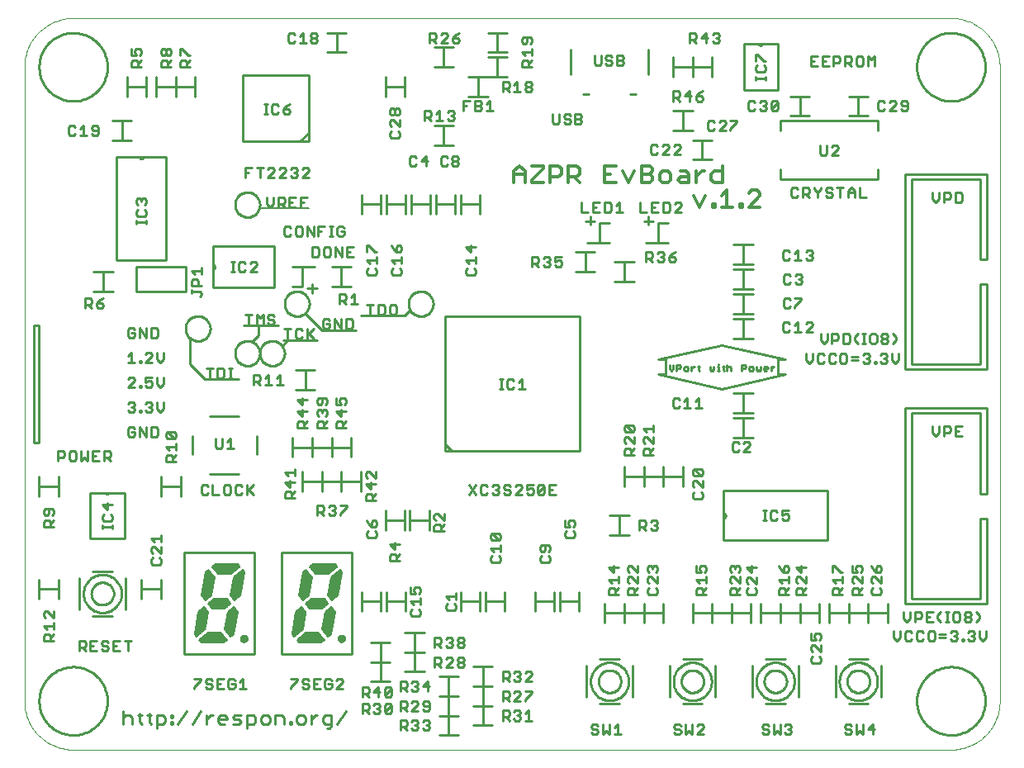
<source format=gto>
G75*
%MOIN*%
%OFA0B0*%
%FSLAX24Y24*%
%IPPOS*%
%LPD*%
%AMOC8*
5,1,8,0,0,1.08239X$1,22.5*
%
%ADD10C,0.0100*%
%ADD11C,0.0080*%
%ADD12C,0.0120*%
%ADD13C,0.0110*%
%ADD14C,0.0000*%
%ADD15C,0.0157*%
%ADD16C,0.0050*%
D10*
X006596Y004037D02*
X006598Y004111D01*
X006604Y004185D01*
X006614Y004258D01*
X006628Y004331D01*
X006645Y004403D01*
X006667Y004473D01*
X006692Y004543D01*
X006721Y004611D01*
X006754Y004677D01*
X006790Y004742D01*
X006830Y004804D01*
X006872Y004865D01*
X006918Y004923D01*
X006967Y004978D01*
X007019Y005031D01*
X007074Y005081D01*
X007131Y005127D01*
X007191Y005171D01*
X007253Y005211D01*
X007317Y005248D01*
X007383Y005282D01*
X007451Y005312D01*
X007520Y005338D01*
X007591Y005361D01*
X007662Y005379D01*
X007735Y005394D01*
X007808Y005405D01*
X007882Y005412D01*
X007956Y005415D01*
X008029Y005414D01*
X008103Y005409D01*
X008177Y005400D01*
X008250Y005387D01*
X008322Y005370D01*
X008393Y005350D01*
X008463Y005325D01*
X008531Y005297D01*
X008598Y005266D01*
X008663Y005230D01*
X008726Y005192D01*
X008787Y005150D01*
X008846Y005104D01*
X008902Y005056D01*
X008955Y005005D01*
X009005Y004951D01*
X009053Y004894D01*
X009097Y004835D01*
X009139Y004773D01*
X009177Y004710D01*
X009211Y004644D01*
X009242Y004577D01*
X009269Y004508D01*
X009292Y004438D01*
X009312Y004367D01*
X009328Y004294D01*
X009340Y004221D01*
X009348Y004148D01*
X009352Y004074D01*
X009352Y004000D01*
X009348Y003926D01*
X009340Y003853D01*
X009328Y003780D01*
X009312Y003707D01*
X009292Y003636D01*
X009269Y003566D01*
X009242Y003497D01*
X009211Y003430D01*
X009177Y003364D01*
X009139Y003301D01*
X009097Y003239D01*
X009053Y003180D01*
X009005Y003123D01*
X008955Y003069D01*
X008902Y003018D01*
X008846Y002970D01*
X008787Y002924D01*
X008726Y002882D01*
X008663Y002844D01*
X008598Y002808D01*
X008531Y002777D01*
X008463Y002749D01*
X008393Y002724D01*
X008322Y002704D01*
X008250Y002687D01*
X008177Y002674D01*
X008103Y002665D01*
X008029Y002660D01*
X007956Y002659D01*
X007882Y002662D01*
X007808Y002669D01*
X007735Y002680D01*
X007662Y002695D01*
X007591Y002713D01*
X007520Y002736D01*
X007451Y002762D01*
X007383Y002792D01*
X007317Y002826D01*
X007253Y002863D01*
X007191Y002903D01*
X007131Y002947D01*
X007074Y002993D01*
X007019Y003043D01*
X006967Y003096D01*
X006918Y003151D01*
X006872Y003209D01*
X006830Y003270D01*
X006790Y003332D01*
X006754Y003397D01*
X006721Y003463D01*
X006692Y003531D01*
X006667Y003601D01*
X006645Y003671D01*
X006628Y003743D01*
X006614Y003816D01*
X006604Y003889D01*
X006598Y003963D01*
X006596Y004037D01*
X008205Y006077D02*
X008205Y006478D01*
X008405Y006478D01*
X008472Y006411D01*
X008472Y006277D01*
X008405Y006211D01*
X008205Y006211D01*
X008339Y006211D02*
X008472Y006077D01*
X008666Y006077D02*
X008666Y006478D01*
X008932Y006478D01*
X009126Y006411D02*
X009126Y006344D01*
X009193Y006277D01*
X009326Y006277D01*
X009393Y006211D01*
X009393Y006144D01*
X009326Y006077D01*
X009193Y006077D01*
X009126Y006144D01*
X008932Y006077D02*
X008666Y006077D01*
X008666Y006277D02*
X008799Y006277D01*
X009126Y006411D02*
X009193Y006478D01*
X009326Y006478D01*
X009393Y006411D01*
X009586Y006478D02*
X009586Y006077D01*
X009853Y006077D01*
X009720Y006277D02*
X009586Y006277D01*
X009586Y006478D02*
X009853Y006478D01*
X010047Y006478D02*
X010314Y006478D01*
X010180Y006478D02*
X010180Y006077D01*
X009549Y007462D02*
X008761Y007462D01*
X008230Y007738D02*
X008230Y008998D01*
X008761Y009273D02*
X009549Y009273D01*
X010080Y008998D02*
X010080Y007738D01*
X010730Y008155D02*
X010730Y008549D01*
X011517Y008549D01*
X011517Y008155D02*
X011517Y008943D01*
X011454Y009546D02*
X011187Y009546D01*
X011120Y009612D01*
X011120Y009746D01*
X011187Y009813D01*
X011187Y010006D02*
X011120Y010073D01*
X011120Y010206D01*
X011187Y010273D01*
X011254Y010273D01*
X011520Y010006D01*
X011520Y010273D01*
X011520Y010466D02*
X011520Y010733D01*
X011520Y010600D02*
X011120Y010600D01*
X011254Y010466D01*
X011454Y009813D02*
X011520Y009746D01*
X011520Y009612D01*
X011454Y009546D01*
X010730Y008943D02*
X010730Y008549D01*
X008387Y008368D02*
X008389Y008423D01*
X008395Y008477D01*
X008405Y008531D01*
X008418Y008584D01*
X008435Y008636D01*
X008456Y008687D01*
X008481Y008736D01*
X008509Y008783D01*
X008540Y008828D01*
X008575Y008871D01*
X008612Y008911D01*
X008652Y008948D01*
X008695Y008983D01*
X008740Y009014D01*
X008787Y009042D01*
X008836Y009067D01*
X008887Y009088D01*
X008939Y009105D01*
X008992Y009118D01*
X009046Y009128D01*
X009100Y009134D01*
X009155Y009136D01*
X009210Y009134D01*
X009264Y009128D01*
X009318Y009118D01*
X009371Y009105D01*
X009423Y009088D01*
X009474Y009067D01*
X009523Y009042D01*
X009570Y009014D01*
X009615Y008983D01*
X009658Y008948D01*
X009698Y008911D01*
X009735Y008871D01*
X009770Y008828D01*
X009801Y008783D01*
X009829Y008736D01*
X009854Y008687D01*
X009875Y008636D01*
X009892Y008584D01*
X009905Y008531D01*
X009915Y008477D01*
X009921Y008423D01*
X009923Y008368D01*
X009921Y008313D01*
X009915Y008259D01*
X009905Y008205D01*
X009892Y008152D01*
X009875Y008100D01*
X009854Y008049D01*
X009829Y008000D01*
X009801Y007953D01*
X009770Y007908D01*
X009735Y007865D01*
X009698Y007825D01*
X009658Y007788D01*
X009615Y007753D01*
X009570Y007722D01*
X009523Y007694D01*
X009474Y007669D01*
X009423Y007648D01*
X009371Y007631D01*
X009318Y007618D01*
X009264Y007608D01*
X009210Y007602D01*
X009155Y007600D01*
X009100Y007602D01*
X009046Y007608D01*
X008992Y007618D01*
X008939Y007631D01*
X008887Y007648D01*
X008836Y007669D01*
X008787Y007694D01*
X008740Y007722D01*
X008695Y007753D01*
X008652Y007788D01*
X008612Y007825D01*
X008575Y007865D01*
X008540Y007908D01*
X008509Y007953D01*
X008481Y008000D01*
X008456Y008049D01*
X008435Y008100D01*
X008418Y008152D01*
X008405Y008205D01*
X008395Y008259D01*
X008389Y008313D01*
X008387Y008368D01*
X008702Y008368D02*
X008704Y008410D01*
X008710Y008452D01*
X008720Y008494D01*
X008733Y008534D01*
X008751Y008573D01*
X008772Y008610D01*
X008796Y008644D01*
X008824Y008677D01*
X008854Y008707D01*
X008887Y008733D01*
X008922Y008757D01*
X008960Y008777D01*
X008999Y008793D01*
X009039Y008806D01*
X009081Y008815D01*
X009123Y008820D01*
X009166Y008821D01*
X009208Y008818D01*
X009250Y008811D01*
X009291Y008800D01*
X009331Y008785D01*
X009369Y008767D01*
X009406Y008745D01*
X009440Y008720D01*
X009472Y008692D01*
X009500Y008661D01*
X009526Y008627D01*
X009549Y008591D01*
X009568Y008554D01*
X009584Y008514D01*
X009596Y008473D01*
X009604Y008432D01*
X009608Y008389D01*
X009608Y008347D01*
X009604Y008304D01*
X009596Y008263D01*
X009584Y008222D01*
X009568Y008182D01*
X009549Y008145D01*
X009526Y008109D01*
X009500Y008075D01*
X009472Y008044D01*
X009440Y008016D01*
X009406Y007991D01*
X009369Y007969D01*
X009331Y007951D01*
X009291Y007936D01*
X009250Y007925D01*
X009208Y007918D01*
X009166Y007915D01*
X009123Y007916D01*
X009081Y007921D01*
X009039Y007930D01*
X008999Y007943D01*
X008960Y007959D01*
X008922Y007979D01*
X008887Y008003D01*
X008854Y008029D01*
X008824Y008059D01*
X008796Y008092D01*
X008772Y008126D01*
X008751Y008163D01*
X008733Y008202D01*
X008720Y008242D01*
X008710Y008284D01*
X008704Y008326D01*
X008702Y008368D01*
X007383Y008549D02*
X006596Y008549D01*
X006596Y008943D01*
X006596Y008549D02*
X006596Y008155D01*
X006856Y007655D02*
X006789Y007589D01*
X006789Y007455D01*
X006856Y007388D01*
X006856Y007655D02*
X006923Y007655D01*
X007190Y007388D01*
X007190Y007655D01*
X007190Y007195D02*
X007190Y006928D01*
X007190Y007061D02*
X006789Y007061D01*
X006923Y006928D01*
X006990Y006735D02*
X007056Y006668D01*
X007056Y006468D01*
X007056Y006601D02*
X007190Y006735D01*
X006990Y006735D02*
X006856Y006735D01*
X006789Y006668D01*
X006789Y006468D01*
X007190Y006468D01*
X007383Y008155D02*
X007383Y008943D01*
X008664Y010593D02*
X008664Y012442D01*
X010040Y012442D01*
X010040Y010593D01*
X008664Y010593D01*
X009152Y011001D02*
X009152Y011134D01*
X009152Y011068D02*
X009552Y011068D01*
X009552Y011134D02*
X009552Y011001D01*
X009485Y011308D02*
X009552Y011375D01*
X009552Y011508D01*
X009485Y011575D01*
X009352Y011768D02*
X009352Y012035D01*
X009552Y011969D02*
X009152Y011969D01*
X009352Y011768D01*
X009218Y011575D02*
X009152Y011508D01*
X009152Y011375D01*
X009218Y011308D01*
X009485Y011308D01*
X007190Y011345D02*
X007056Y011211D01*
X007056Y011278D02*
X007056Y011078D01*
X007190Y011078D02*
X006789Y011078D01*
X006789Y011278D01*
X006856Y011345D01*
X006990Y011345D01*
X007056Y011278D01*
X007123Y011538D02*
X007190Y011605D01*
X007190Y011738D01*
X007123Y011805D01*
X006856Y011805D01*
X006789Y011738D01*
X006789Y011605D01*
X006856Y011538D01*
X006923Y011538D01*
X006990Y011605D01*
X006990Y011805D01*
X007383Y012305D02*
X007383Y013092D01*
X007383Y012698D02*
X006596Y012698D01*
X006596Y013092D01*
X006596Y012698D02*
X006596Y012305D01*
X007365Y013727D02*
X007365Y014127D01*
X007565Y014127D01*
X007631Y014060D01*
X007631Y013927D01*
X007565Y013860D01*
X007365Y013860D01*
X007825Y013793D02*
X007825Y014060D01*
X007892Y014127D01*
X008025Y014127D01*
X008092Y014060D01*
X008092Y013793D01*
X008025Y013727D01*
X007892Y013727D01*
X007825Y013793D01*
X008285Y013727D02*
X008285Y014127D01*
X008552Y014127D02*
X008552Y013727D01*
X008419Y013860D01*
X008285Y013727D01*
X008746Y013727D02*
X008746Y014127D01*
X009013Y014127D01*
X009206Y014127D02*
X009206Y013727D01*
X009206Y013860D02*
X009406Y013860D01*
X009473Y013927D01*
X009473Y014060D01*
X009406Y014127D01*
X009206Y014127D01*
X009340Y013860D02*
X009473Y013727D01*
X009013Y013727D02*
X008746Y013727D01*
X008746Y013927D02*
X008879Y013927D01*
X010189Y014749D02*
X010256Y014682D01*
X010390Y014682D01*
X010456Y014749D01*
X010456Y014882D01*
X010323Y014882D01*
X010189Y014749D02*
X010189Y015016D01*
X010256Y015083D01*
X010390Y015083D01*
X010456Y015016D01*
X010650Y015083D02*
X010650Y014682D01*
X010917Y014682D02*
X010650Y015083D01*
X010917Y015083D02*
X010917Y014682D01*
X011110Y014682D02*
X011310Y014682D01*
X011377Y014749D01*
X011377Y015016D01*
X011310Y015083D01*
X011110Y015083D01*
X011110Y014682D01*
X011711Y014683D02*
X011777Y014616D01*
X012044Y014616D01*
X011777Y014883D01*
X012044Y014883D01*
X012111Y014816D01*
X012111Y014683D01*
X012044Y014616D01*
X012111Y014423D02*
X012111Y014156D01*
X012111Y014289D02*
X011711Y014289D01*
X011844Y014156D01*
X011777Y013962D02*
X011911Y013962D01*
X011978Y013895D01*
X011978Y013695D01*
X012111Y013695D02*
X011711Y013695D01*
X011711Y013895D01*
X011777Y013962D01*
X011978Y013829D02*
X012111Y013962D01*
X012777Y014009D02*
X012777Y014718D01*
X013733Y014617D02*
X013733Y014284D01*
X013799Y014217D01*
X013933Y014217D01*
X014000Y014284D01*
X014000Y014617D01*
X014193Y014484D02*
X014327Y014617D01*
X014327Y014217D01*
X014460Y014217D02*
X014193Y014217D01*
X014667Y013183D02*
X013486Y013183D01*
X013603Y012755D02*
X013603Y012355D01*
X013869Y012355D01*
X014063Y012421D02*
X014130Y012355D01*
X014263Y012355D01*
X014330Y012421D01*
X014330Y012688D01*
X014263Y012755D01*
X014130Y012755D01*
X014063Y012688D01*
X014063Y012421D01*
X014523Y012421D02*
X014590Y012355D01*
X014723Y012355D01*
X014790Y012421D01*
X014984Y012355D02*
X014984Y012755D01*
X014790Y012688D02*
X014723Y012755D01*
X014590Y012755D01*
X014523Y012688D01*
X014523Y012421D01*
X014984Y012488D02*
X015251Y012755D01*
X015050Y012555D02*
X015251Y012355D01*
X016532Y012417D02*
X016532Y012217D01*
X016932Y012217D01*
X016799Y012217D02*
X016799Y012417D01*
X016732Y012484D01*
X016599Y012484D01*
X016532Y012417D01*
X016799Y012351D02*
X016932Y012484D01*
X016732Y012678D02*
X016732Y012945D01*
X016665Y013138D02*
X016532Y013272D01*
X016932Y013272D01*
X016932Y013405D02*
X016932Y013138D01*
X016932Y012878D02*
X016532Y012878D01*
X016732Y012678D01*
X017226Y012502D02*
X017226Y012895D01*
X018013Y012895D01*
X018801Y012895D01*
X019588Y012895D01*
X019782Y012781D02*
X019982Y012581D01*
X019982Y012848D01*
X020182Y012781D02*
X019782Y012781D01*
X019848Y013041D02*
X019782Y013108D01*
X019782Y013241D01*
X019848Y013308D01*
X019915Y013308D01*
X020182Y013041D01*
X020182Y013308D01*
X019588Y013289D02*
X019588Y012502D01*
X019782Y012321D02*
X019848Y012387D01*
X019982Y012387D01*
X020048Y012321D01*
X020048Y012120D01*
X020182Y012120D02*
X019782Y012120D01*
X019782Y012321D01*
X020048Y012254D02*
X020182Y012387D01*
X020572Y011714D02*
X020572Y010927D01*
X020206Y010819D02*
X020139Y010885D01*
X020206Y010819D02*
X020206Y010685D01*
X020139Y010619D01*
X019872Y010619D01*
X019805Y010685D01*
X019805Y010819D01*
X019872Y010885D01*
X020005Y011079D02*
X019872Y011212D01*
X019805Y011346D01*
X020005Y011279D02*
X020005Y011079D01*
X020139Y011079D01*
X020206Y011146D01*
X020206Y011279D01*
X020139Y011346D01*
X020072Y011346D01*
X020005Y011279D01*
X020572Y011320D02*
X021360Y011320D01*
X021360Y010927D01*
X021557Y010927D02*
X021557Y011714D01*
X021360Y011714D02*
X021360Y011320D01*
X021557Y011320D02*
X022344Y011320D01*
X022344Y010927D01*
X022537Y010881D02*
X022537Y011081D01*
X022604Y011148D01*
X022738Y011148D01*
X022804Y011081D01*
X022804Y010881D01*
X022804Y011014D02*
X022938Y011148D01*
X022938Y011341D02*
X022671Y011608D01*
X022604Y011608D01*
X022537Y011541D01*
X022537Y011408D01*
X022604Y011341D01*
X022344Y011320D02*
X022344Y011714D01*
X022938Y011608D02*
X022938Y011341D01*
X022938Y010881D02*
X022537Y010881D01*
X021166Y010360D02*
X020766Y010360D01*
X020966Y010160D01*
X020966Y010427D01*
X020966Y009967D02*
X020833Y009967D01*
X020766Y009900D01*
X020766Y009700D01*
X021166Y009700D01*
X021033Y009700D02*
X021033Y009900D01*
X020966Y009967D01*
X021033Y009833D02*
X021166Y009967D01*
X021593Y008641D02*
X021593Y008374D01*
X021793Y008374D01*
X021726Y008507D01*
X021726Y008574D01*
X021793Y008641D01*
X021926Y008641D01*
X021993Y008574D01*
X021993Y008441D01*
X021926Y008374D01*
X021993Y008180D02*
X021993Y007914D01*
X021993Y008047D02*
X021593Y008047D01*
X021726Y007914D01*
X021659Y007720D02*
X021593Y007653D01*
X021593Y007520D01*
X021659Y007453D01*
X021926Y007453D01*
X021993Y007520D01*
X021993Y007653D01*
X021926Y007720D01*
X021399Y007659D02*
X021399Y008053D01*
X020612Y008053D01*
X020612Y007659D01*
X020399Y007659D02*
X020399Y008053D01*
X019612Y008053D01*
X019612Y007659D01*
X019612Y008053D02*
X019612Y008446D01*
X020399Y008446D02*
X020399Y008053D01*
X020612Y008053D02*
X020612Y008446D01*
X021399Y008446D02*
X021399Y008053D01*
X021360Y006793D02*
X021754Y006793D01*
X021754Y006006D01*
X021754Y005218D01*
X022147Y005218D02*
X021360Y005218D01*
X021376Y004828D02*
X021176Y004828D01*
X021176Y004428D01*
X021176Y004561D02*
X021376Y004561D01*
X021442Y004628D01*
X021442Y004761D01*
X021376Y004828D01*
X021636Y004761D02*
X021703Y004828D01*
X021836Y004828D01*
X021903Y004761D01*
X021903Y004694D01*
X021836Y004628D01*
X021903Y004561D01*
X021903Y004494D01*
X021836Y004428D01*
X021703Y004428D01*
X021636Y004494D01*
X021769Y004628D02*
X021836Y004628D01*
X022096Y004628D02*
X022363Y004628D01*
X022297Y004428D02*
X022297Y004828D01*
X022096Y004628D01*
X021442Y004428D02*
X021309Y004561D01*
X020826Y004539D02*
X020559Y004272D01*
X020626Y004205D01*
X020759Y004205D01*
X020826Y004272D01*
X020826Y004539D01*
X020759Y004605D01*
X020626Y004605D01*
X020559Y004539D01*
X020559Y004272D01*
X020365Y004405D02*
X020099Y004405D01*
X020299Y004605D01*
X020299Y004205D01*
X020299Y003915D02*
X020365Y003848D01*
X020365Y003781D01*
X020299Y003715D01*
X020365Y003648D01*
X020365Y003581D01*
X020299Y003515D01*
X020165Y003515D01*
X020099Y003581D01*
X020232Y003715D02*
X020299Y003715D01*
X020299Y003915D02*
X020165Y003915D01*
X020099Y003848D01*
X019905Y003848D02*
X019905Y003715D01*
X019838Y003648D01*
X019638Y003648D01*
X019638Y003515D02*
X019638Y003915D01*
X019838Y003915D01*
X019905Y003848D01*
X019772Y003648D02*
X019905Y003515D01*
X020559Y003581D02*
X020826Y003848D01*
X020826Y003581D01*
X020759Y003515D01*
X020626Y003515D01*
X020559Y003581D01*
X020559Y003848D01*
X020626Y003915D01*
X020759Y003915D01*
X020826Y003848D01*
X021176Y003774D02*
X021376Y003774D01*
X021442Y003840D01*
X021442Y003974D01*
X021376Y004040D01*
X021176Y004040D01*
X021176Y003640D01*
X021309Y003774D02*
X021442Y003640D01*
X021636Y003640D02*
X021903Y003907D01*
X021903Y003974D01*
X021836Y004040D01*
X021703Y004040D01*
X021636Y003974D01*
X021636Y003640D02*
X021903Y003640D01*
X022096Y003707D02*
X022163Y003640D01*
X022297Y003640D01*
X022363Y003707D01*
X022363Y003974D01*
X022297Y004040D01*
X022163Y004040D01*
X022096Y003974D01*
X022096Y003907D01*
X022163Y003840D01*
X022363Y003840D01*
X022738Y003446D02*
X023131Y003446D01*
X023131Y002659D01*
X022738Y002659D02*
X023525Y002659D01*
X024116Y003053D02*
X024903Y003053D01*
X024509Y003053D02*
X024509Y003840D01*
X024903Y003840D01*
X024116Y003840D01*
X024509Y003840D01*
X024509Y004628D01*
X024903Y004628D01*
X024116Y004628D01*
X024509Y004628D01*
X024509Y005415D01*
X024903Y005415D01*
X024509Y005415D02*
X024116Y005415D01*
X023741Y005479D02*
X023674Y005412D01*
X023541Y005412D01*
X023474Y005479D01*
X023474Y005545D01*
X023541Y005612D01*
X023674Y005612D01*
X023741Y005545D01*
X023741Y005479D01*
X023674Y005612D02*
X023741Y005679D01*
X023741Y005745D01*
X023674Y005812D01*
X023541Y005812D01*
X023474Y005745D01*
X023474Y005679D01*
X023541Y005612D01*
X023281Y005679D02*
X023281Y005745D01*
X023214Y005812D01*
X023081Y005812D01*
X023014Y005745D01*
X022820Y005745D02*
X022820Y005612D01*
X022754Y005545D01*
X022554Y005545D01*
X022687Y005545D02*
X022820Y005412D01*
X023014Y005412D02*
X023281Y005679D01*
X023281Y005412D02*
X023014Y005412D01*
X022820Y005745D02*
X022754Y005812D01*
X022554Y005812D01*
X022554Y005412D01*
X022738Y005021D02*
X023131Y005021D01*
X023131Y004234D01*
X023131Y003446D01*
X023525Y003446D01*
X022738Y003446D01*
X022363Y003186D02*
X022297Y003253D01*
X022163Y003253D01*
X022096Y003186D01*
X022230Y003053D02*
X022297Y003053D01*
X022363Y002986D01*
X022363Y002919D01*
X022297Y002853D01*
X022163Y002853D01*
X022096Y002919D01*
X021903Y002919D02*
X021836Y002853D01*
X021703Y002853D01*
X021636Y002919D01*
X021769Y003053D02*
X021836Y003053D01*
X021903Y002986D01*
X021903Y002919D01*
X021836Y003053D02*
X021903Y003120D01*
X021903Y003186D01*
X021836Y003253D01*
X021703Y003253D01*
X021636Y003186D01*
X021442Y003186D02*
X021442Y003053D01*
X021376Y002986D01*
X021176Y002986D01*
X021309Y002986D02*
X021442Y002853D01*
X021176Y002853D02*
X021176Y003253D01*
X021376Y003253D01*
X021442Y003186D01*
X022297Y003053D02*
X022363Y003120D01*
X022363Y003186D01*
X022738Y004234D02*
X023131Y004234D01*
X023525Y004234D01*
X022738Y004234D01*
X023131Y005021D02*
X023525Y005021D01*
X023541Y006199D02*
X023474Y006266D01*
X023474Y006333D01*
X023541Y006399D01*
X023674Y006399D01*
X023741Y006333D01*
X023741Y006266D01*
X023674Y006199D01*
X023541Y006199D01*
X023541Y006399D02*
X023474Y006466D01*
X023474Y006533D01*
X023541Y006600D01*
X023674Y006600D01*
X023741Y006533D01*
X023741Y006466D01*
X023674Y006399D01*
X023281Y006333D02*
X023281Y006266D01*
X023214Y006199D01*
X023081Y006199D01*
X023014Y006266D01*
X023147Y006399D02*
X023214Y006399D01*
X023281Y006333D01*
X023214Y006399D02*
X023281Y006466D01*
X023281Y006533D01*
X023214Y006600D01*
X023081Y006600D01*
X023014Y006533D01*
X022820Y006533D02*
X022820Y006399D01*
X022754Y006333D01*
X022554Y006333D01*
X022687Y006333D02*
X022820Y006199D01*
X022554Y006199D02*
X022554Y006600D01*
X022754Y006600D01*
X022820Y006533D01*
X022147Y006793D02*
X021754Y006793D01*
X020769Y006399D02*
X020376Y006399D01*
X020376Y005612D01*
X020376Y004824D01*
X020769Y004824D02*
X019982Y004824D01*
X019838Y004605D02*
X019905Y004539D01*
X019905Y004405D01*
X019838Y004339D01*
X019638Y004339D01*
X019772Y004339D02*
X019905Y004205D01*
X019638Y004205D02*
X019638Y004605D01*
X019838Y004605D01*
X018864Y004519D02*
X018597Y004519D01*
X018864Y004785D01*
X018864Y004852D01*
X018797Y004919D01*
X018664Y004919D01*
X018597Y004852D01*
X018404Y004852D02*
X018337Y004919D01*
X018203Y004919D01*
X018137Y004852D01*
X018137Y004585D01*
X018203Y004519D01*
X018337Y004519D01*
X018404Y004585D01*
X018404Y004719D01*
X018270Y004719D01*
X017943Y004919D02*
X017676Y004919D01*
X017676Y004519D01*
X017943Y004519D01*
X017810Y004719D02*
X017676Y004719D01*
X017483Y004652D02*
X017483Y004585D01*
X017416Y004519D01*
X017283Y004519D01*
X017216Y004585D01*
X017283Y004719D02*
X017416Y004719D01*
X017483Y004652D01*
X017483Y004852D02*
X017416Y004919D01*
X017283Y004919D01*
X017216Y004852D01*
X017216Y004785D01*
X017283Y004719D01*
X017022Y004852D02*
X017022Y004919D01*
X016756Y004919D01*
X017022Y004852D02*
X016756Y004585D01*
X016756Y004519D01*
X016399Y005927D02*
X016399Y010021D01*
X019234Y010021D01*
X019234Y005927D01*
X016399Y005927D01*
X015297Y005927D02*
X015297Y010021D01*
X012462Y010021D01*
X012462Y005927D01*
X015297Y005927D01*
X014831Y004919D02*
X014831Y004519D01*
X014964Y004519D02*
X014697Y004519D01*
X014504Y004585D02*
X014504Y004719D01*
X014370Y004719D01*
X014237Y004852D02*
X014237Y004585D01*
X014303Y004519D01*
X014437Y004519D01*
X014504Y004585D01*
X014504Y004852D02*
X014437Y004919D01*
X014303Y004919D01*
X014237Y004852D01*
X014043Y004919D02*
X013776Y004919D01*
X013776Y004519D01*
X014043Y004519D01*
X013910Y004719D02*
X013776Y004719D01*
X013583Y004652D02*
X013583Y004585D01*
X013516Y004519D01*
X013383Y004519D01*
X013316Y004585D01*
X013383Y004719D02*
X013516Y004719D01*
X013583Y004652D01*
X013583Y004852D02*
X013516Y004919D01*
X013383Y004919D01*
X013316Y004852D01*
X013316Y004785D01*
X013383Y004719D01*
X013122Y004852D02*
X013122Y004919D01*
X012856Y004919D01*
X013122Y004852D02*
X012856Y004585D01*
X012856Y004519D01*
X014697Y004785D02*
X014831Y004919D01*
X019982Y005612D02*
X020769Y005612D01*
X020376Y005612D01*
X019982Y005612D01*
X019982Y006399D02*
X020376Y006399D01*
X021360Y006006D02*
X022147Y006006D01*
X021754Y006006D01*
X021360Y006006D01*
X023084Y007681D02*
X023351Y007681D01*
X023418Y007748D01*
X023418Y007882D01*
X023351Y007948D01*
X023418Y008142D02*
X023418Y008409D01*
X023418Y008275D02*
X023018Y008275D01*
X023151Y008142D01*
X023084Y007948D02*
X023018Y007882D01*
X023018Y007748D01*
X023084Y007681D01*
X023612Y007659D02*
X023612Y008053D01*
X024399Y008053D01*
X024399Y007659D01*
X024612Y007659D02*
X024612Y008053D01*
X024612Y008446D01*
X024399Y008446D02*
X024399Y008053D01*
X024612Y008053D02*
X025399Y008053D01*
X025399Y007659D01*
X025399Y008053D02*
X025399Y008446D01*
X025139Y009619D02*
X025206Y009685D01*
X025206Y009819D01*
X025139Y009885D01*
X025206Y010079D02*
X025206Y010346D01*
X025206Y010212D02*
X024805Y010212D01*
X024939Y010079D01*
X024872Y009885D02*
X024805Y009819D01*
X024805Y009685D01*
X024872Y009619D01*
X025139Y009619D01*
X025139Y010539D02*
X024872Y010806D01*
X025139Y010806D01*
X025206Y010739D01*
X025206Y010606D01*
X025139Y010539D01*
X024872Y010539D01*
X024805Y010606D01*
X024805Y010739D01*
X024872Y010806D01*
X024956Y012355D02*
X024890Y012421D01*
X024956Y012355D02*
X025090Y012355D01*
X025157Y012421D01*
X025157Y012488D01*
X025090Y012555D01*
X025023Y012555D01*
X025090Y012555D02*
X025157Y012622D01*
X025157Y012688D01*
X025090Y012755D01*
X024956Y012755D01*
X024890Y012688D01*
X024696Y012688D02*
X024629Y012755D01*
X024496Y012755D01*
X024429Y012688D01*
X024429Y012421D01*
X024496Y012355D01*
X024629Y012355D01*
X024696Y012421D01*
X024236Y012355D02*
X023969Y012755D01*
X024236Y012755D02*
X023969Y012355D01*
X025350Y012421D02*
X025417Y012355D01*
X025550Y012355D01*
X025617Y012421D01*
X025617Y012488D01*
X025550Y012555D01*
X025417Y012555D01*
X025350Y012622D01*
X025350Y012688D01*
X025417Y012755D01*
X025550Y012755D01*
X025617Y012688D01*
X025810Y012688D02*
X025877Y012755D01*
X026011Y012755D01*
X026077Y012688D01*
X026077Y012622D01*
X025810Y012355D01*
X026077Y012355D01*
X026271Y012421D02*
X026338Y012355D01*
X026471Y012355D01*
X026538Y012421D01*
X026538Y012555D01*
X026471Y012622D01*
X026404Y012622D01*
X026271Y012555D01*
X026271Y012755D01*
X026538Y012755D01*
X026731Y012688D02*
X026798Y012755D01*
X026931Y012755D01*
X026998Y012688D01*
X026731Y012421D01*
X026798Y012355D01*
X026931Y012355D01*
X026998Y012421D01*
X026998Y012688D01*
X027192Y012755D02*
X027192Y012355D01*
X027459Y012355D01*
X027325Y012555D02*
X027192Y012555D01*
X027192Y012755D02*
X027459Y012755D01*
X026731Y012688D02*
X026731Y012421D01*
X027805Y011346D02*
X027805Y011079D01*
X028005Y011079D01*
X027939Y011212D01*
X027939Y011279D01*
X028005Y011346D01*
X028139Y011346D01*
X028206Y011279D01*
X028206Y011146D01*
X028139Y011079D01*
X028139Y010885D02*
X028206Y010819D01*
X028206Y010685D01*
X028139Y010619D01*
X027872Y010619D01*
X027805Y010685D01*
X027805Y010819D01*
X027872Y010885D01*
X027206Y010279D02*
X027139Y010346D01*
X026872Y010346D01*
X026805Y010279D01*
X026805Y010146D01*
X026872Y010079D01*
X026939Y010079D01*
X027005Y010146D01*
X027005Y010346D01*
X027206Y010279D02*
X027206Y010146D01*
X027139Y010079D01*
X027139Y009885D02*
X027206Y009819D01*
X027206Y009685D01*
X027139Y009619D01*
X026872Y009619D01*
X026805Y009685D01*
X026805Y009819D01*
X026872Y009885D01*
X026612Y008446D02*
X026612Y008053D01*
X026612Y007659D01*
X026612Y008053D02*
X027399Y008053D01*
X027399Y007659D01*
X027612Y007659D02*
X027612Y008053D01*
X028399Y008053D01*
X028399Y007659D01*
X028399Y008053D02*
X028399Y008446D01*
X027612Y008446D02*
X027612Y008053D01*
X027399Y008053D02*
X027399Y008446D01*
X029431Y007974D02*
X029431Y007580D01*
X030218Y007580D01*
X031006Y007580D01*
X031006Y007187D01*
X031006Y007580D01*
X031006Y007974D01*
X031006Y007580D01*
X031793Y007580D01*
X031793Y007187D02*
X031793Y007974D01*
X031479Y008319D02*
X031546Y008386D01*
X031546Y008519D01*
X031479Y008586D01*
X031546Y008780D02*
X031279Y009047D01*
X031212Y009047D01*
X031146Y008980D01*
X031146Y008846D01*
X031212Y008780D01*
X031212Y008586D02*
X031146Y008519D01*
X031146Y008386D01*
X031212Y008319D01*
X031479Y008319D01*
X031546Y008780D02*
X031546Y009047D01*
X031479Y009240D02*
X031546Y009307D01*
X031546Y009440D01*
X031479Y009507D01*
X031413Y009507D01*
X031346Y009440D01*
X031346Y009374D01*
X031346Y009440D02*
X031279Y009507D01*
X031212Y009507D01*
X031146Y009440D01*
X031146Y009307D01*
X031212Y009240D01*
X030759Y009240D02*
X030492Y009507D01*
X030425Y009507D01*
X030358Y009440D01*
X030358Y009307D01*
X030425Y009240D01*
X030425Y009047D02*
X030358Y008980D01*
X030358Y008846D01*
X030425Y008780D01*
X030425Y008586D02*
X030358Y008519D01*
X030358Y008319D01*
X030759Y008319D01*
X030625Y008319D02*
X030625Y008519D01*
X030558Y008586D01*
X030425Y008586D01*
X030625Y008453D02*
X030759Y008586D01*
X030759Y008780D02*
X030492Y009047D01*
X030425Y009047D01*
X030759Y009047D02*
X030759Y008780D01*
X030759Y009240D02*
X030759Y009507D01*
X029971Y009440D02*
X029571Y009440D01*
X029771Y009240D01*
X029771Y009507D01*
X029971Y009047D02*
X029971Y008780D01*
X029971Y008913D02*
X029571Y008913D01*
X029704Y008780D01*
X029638Y008586D02*
X029771Y008586D01*
X029838Y008519D01*
X029838Y008319D01*
X029971Y008319D02*
X029571Y008319D01*
X029571Y008519D01*
X029638Y008586D01*
X029838Y008453D02*
X029971Y008586D01*
X030218Y007974D02*
X030218Y007187D01*
X030218Y007974D01*
X029431Y007580D02*
X029431Y007187D01*
X029234Y005730D02*
X030021Y005730D01*
X030553Y005454D02*
X030553Y004194D01*
X030021Y003919D02*
X029234Y003919D01*
X028702Y004194D02*
X028702Y005454D01*
X028860Y004824D02*
X028862Y004879D01*
X028868Y004933D01*
X028878Y004987D01*
X028891Y005040D01*
X028908Y005092D01*
X028929Y005143D01*
X028954Y005192D01*
X028982Y005239D01*
X029013Y005284D01*
X029048Y005327D01*
X029085Y005367D01*
X029125Y005404D01*
X029168Y005439D01*
X029213Y005470D01*
X029260Y005498D01*
X029309Y005523D01*
X029360Y005544D01*
X029412Y005561D01*
X029465Y005574D01*
X029519Y005584D01*
X029573Y005590D01*
X029628Y005592D01*
X029683Y005590D01*
X029737Y005584D01*
X029791Y005574D01*
X029844Y005561D01*
X029896Y005544D01*
X029947Y005523D01*
X029996Y005498D01*
X030043Y005470D01*
X030088Y005439D01*
X030131Y005404D01*
X030171Y005367D01*
X030208Y005327D01*
X030243Y005284D01*
X030274Y005239D01*
X030302Y005192D01*
X030327Y005143D01*
X030348Y005092D01*
X030365Y005040D01*
X030378Y004987D01*
X030388Y004933D01*
X030394Y004879D01*
X030396Y004824D01*
X030394Y004769D01*
X030388Y004715D01*
X030378Y004661D01*
X030365Y004608D01*
X030348Y004556D01*
X030327Y004505D01*
X030302Y004456D01*
X030274Y004409D01*
X030243Y004364D01*
X030208Y004321D01*
X030171Y004281D01*
X030131Y004244D01*
X030088Y004209D01*
X030043Y004178D01*
X029996Y004150D01*
X029947Y004125D01*
X029896Y004104D01*
X029844Y004087D01*
X029791Y004074D01*
X029737Y004064D01*
X029683Y004058D01*
X029628Y004056D01*
X029573Y004058D01*
X029519Y004064D01*
X029465Y004074D01*
X029412Y004087D01*
X029360Y004104D01*
X029309Y004125D01*
X029260Y004150D01*
X029213Y004178D01*
X029168Y004209D01*
X029125Y004244D01*
X029085Y004281D01*
X029048Y004321D01*
X029013Y004364D01*
X028982Y004409D01*
X028954Y004456D01*
X028929Y004505D01*
X028908Y004556D01*
X028891Y004608D01*
X028878Y004661D01*
X028868Y004715D01*
X028862Y004769D01*
X028860Y004824D01*
X029175Y004824D02*
X029177Y004866D01*
X029183Y004908D01*
X029193Y004950D01*
X029206Y004990D01*
X029224Y005029D01*
X029245Y005066D01*
X029269Y005100D01*
X029297Y005133D01*
X029327Y005163D01*
X029360Y005189D01*
X029395Y005213D01*
X029433Y005233D01*
X029472Y005249D01*
X029512Y005262D01*
X029554Y005271D01*
X029596Y005276D01*
X029639Y005277D01*
X029681Y005274D01*
X029723Y005267D01*
X029764Y005256D01*
X029804Y005241D01*
X029842Y005223D01*
X029879Y005201D01*
X029913Y005176D01*
X029945Y005148D01*
X029973Y005117D01*
X029999Y005083D01*
X030022Y005047D01*
X030041Y005010D01*
X030057Y004970D01*
X030069Y004929D01*
X030077Y004888D01*
X030081Y004845D01*
X030081Y004803D01*
X030077Y004760D01*
X030069Y004719D01*
X030057Y004678D01*
X030041Y004638D01*
X030022Y004601D01*
X029999Y004565D01*
X029973Y004531D01*
X029945Y004500D01*
X029913Y004472D01*
X029879Y004447D01*
X029842Y004425D01*
X029804Y004407D01*
X029764Y004392D01*
X029723Y004381D01*
X029681Y004374D01*
X029639Y004371D01*
X029596Y004372D01*
X029554Y004377D01*
X029512Y004386D01*
X029472Y004399D01*
X029433Y004415D01*
X029395Y004435D01*
X029360Y004459D01*
X029327Y004485D01*
X029297Y004515D01*
X029269Y004548D01*
X029245Y004582D01*
X029224Y004619D01*
X029206Y004658D01*
X029193Y004698D01*
X029183Y004740D01*
X029177Y004782D01*
X029175Y004824D01*
X029090Y003109D02*
X028957Y003109D01*
X028890Y003043D01*
X028890Y002976D01*
X028957Y002909D01*
X029090Y002909D01*
X029157Y002843D01*
X029157Y002776D01*
X029090Y002709D01*
X028957Y002709D01*
X028890Y002776D01*
X029157Y003043D02*
X029090Y003109D01*
X029351Y003109D02*
X029351Y002709D01*
X029484Y002843D01*
X029617Y002709D01*
X029617Y003109D01*
X029811Y002976D02*
X029944Y003109D01*
X029944Y002709D01*
X029811Y002709D02*
X030078Y002709D01*
X032237Y002776D02*
X032303Y002709D01*
X032437Y002709D01*
X032504Y002776D01*
X032504Y002843D01*
X032437Y002909D01*
X032303Y002909D01*
X032237Y002976D01*
X032237Y003043D01*
X032303Y003109D01*
X032437Y003109D01*
X032504Y003043D01*
X032697Y003109D02*
X032697Y002709D01*
X032830Y002843D01*
X032964Y002709D01*
X032964Y003109D01*
X033157Y003043D02*
X033224Y003109D01*
X033358Y003109D01*
X033424Y003043D01*
X033424Y002976D01*
X033157Y002709D01*
X033424Y002709D01*
X033368Y003919D02*
X032580Y003919D01*
X032049Y004194D02*
X032049Y005454D01*
X032580Y005730D02*
X033368Y005730D01*
X033899Y005454D02*
X033899Y004194D01*
X032206Y004824D02*
X032208Y004879D01*
X032214Y004933D01*
X032224Y004987D01*
X032237Y005040D01*
X032254Y005092D01*
X032275Y005143D01*
X032300Y005192D01*
X032328Y005239D01*
X032359Y005284D01*
X032394Y005327D01*
X032431Y005367D01*
X032471Y005404D01*
X032514Y005439D01*
X032559Y005470D01*
X032606Y005498D01*
X032655Y005523D01*
X032706Y005544D01*
X032758Y005561D01*
X032811Y005574D01*
X032865Y005584D01*
X032919Y005590D01*
X032974Y005592D01*
X033029Y005590D01*
X033083Y005584D01*
X033137Y005574D01*
X033190Y005561D01*
X033242Y005544D01*
X033293Y005523D01*
X033342Y005498D01*
X033389Y005470D01*
X033434Y005439D01*
X033477Y005404D01*
X033517Y005367D01*
X033554Y005327D01*
X033589Y005284D01*
X033620Y005239D01*
X033648Y005192D01*
X033673Y005143D01*
X033694Y005092D01*
X033711Y005040D01*
X033724Y004987D01*
X033734Y004933D01*
X033740Y004879D01*
X033742Y004824D01*
X033740Y004769D01*
X033734Y004715D01*
X033724Y004661D01*
X033711Y004608D01*
X033694Y004556D01*
X033673Y004505D01*
X033648Y004456D01*
X033620Y004409D01*
X033589Y004364D01*
X033554Y004321D01*
X033517Y004281D01*
X033477Y004244D01*
X033434Y004209D01*
X033389Y004178D01*
X033342Y004150D01*
X033293Y004125D01*
X033242Y004104D01*
X033190Y004087D01*
X033137Y004074D01*
X033083Y004064D01*
X033029Y004058D01*
X032974Y004056D01*
X032919Y004058D01*
X032865Y004064D01*
X032811Y004074D01*
X032758Y004087D01*
X032706Y004104D01*
X032655Y004125D01*
X032606Y004150D01*
X032559Y004178D01*
X032514Y004209D01*
X032471Y004244D01*
X032431Y004281D01*
X032394Y004321D01*
X032359Y004364D01*
X032328Y004409D01*
X032300Y004456D01*
X032275Y004505D01*
X032254Y004556D01*
X032237Y004608D01*
X032224Y004661D01*
X032214Y004715D01*
X032208Y004769D01*
X032206Y004824D01*
X032521Y004824D02*
X032523Y004866D01*
X032529Y004908D01*
X032539Y004950D01*
X032552Y004990D01*
X032570Y005029D01*
X032591Y005066D01*
X032615Y005100D01*
X032643Y005133D01*
X032673Y005163D01*
X032706Y005189D01*
X032741Y005213D01*
X032779Y005233D01*
X032818Y005249D01*
X032858Y005262D01*
X032900Y005271D01*
X032942Y005276D01*
X032985Y005277D01*
X033027Y005274D01*
X033069Y005267D01*
X033110Y005256D01*
X033150Y005241D01*
X033188Y005223D01*
X033225Y005201D01*
X033259Y005176D01*
X033291Y005148D01*
X033319Y005117D01*
X033345Y005083D01*
X033368Y005047D01*
X033387Y005010D01*
X033403Y004970D01*
X033415Y004929D01*
X033423Y004888D01*
X033427Y004845D01*
X033427Y004803D01*
X033423Y004760D01*
X033415Y004719D01*
X033403Y004678D01*
X033387Y004638D01*
X033368Y004601D01*
X033345Y004565D01*
X033319Y004531D01*
X033291Y004500D01*
X033259Y004472D01*
X033225Y004447D01*
X033188Y004425D01*
X033150Y004407D01*
X033110Y004392D01*
X033069Y004381D01*
X033027Y004374D01*
X032985Y004371D01*
X032942Y004372D01*
X032900Y004377D01*
X032858Y004386D01*
X032818Y004399D01*
X032779Y004415D01*
X032741Y004435D01*
X032706Y004459D01*
X032673Y004485D01*
X032643Y004515D01*
X032615Y004548D01*
X032591Y004582D01*
X032570Y004619D01*
X032552Y004658D01*
X032539Y004698D01*
X032529Y004740D01*
X032523Y004782D01*
X032521Y004824D01*
X035395Y005454D02*
X035395Y004194D01*
X035927Y003919D02*
X036714Y003919D01*
X037246Y004194D02*
X037246Y005454D01*
X037740Y005630D02*
X037740Y005764D01*
X037807Y005830D01*
X037807Y006024D02*
X037740Y006091D01*
X037740Y006224D01*
X037807Y006291D01*
X037874Y006291D01*
X038141Y006024D01*
X038141Y006291D01*
X038074Y006484D02*
X038141Y006551D01*
X038141Y006684D01*
X038074Y006751D01*
X037940Y006751D01*
X037874Y006684D01*
X037874Y006618D01*
X037940Y006484D01*
X037740Y006484D01*
X037740Y006751D01*
X038092Y007187D02*
X038092Y007974D01*
X038092Y007580D02*
X037305Y007580D01*
X036517Y007580D01*
X035730Y007580D01*
X035730Y007974D01*
X035730Y007580D02*
X035730Y007187D01*
X035336Y007187D02*
X035336Y007974D01*
X035222Y008319D02*
X035489Y008319D01*
X035556Y008385D01*
X035556Y008519D01*
X035489Y008585D01*
X035556Y008779D02*
X035289Y009046D01*
X035222Y009046D01*
X035155Y008979D01*
X035155Y008846D01*
X035222Y008779D01*
X035222Y008585D02*
X035155Y008519D01*
X035155Y008385D01*
X035222Y008319D01*
X034893Y008319D02*
X034492Y008319D01*
X034492Y008519D01*
X034559Y008586D01*
X034692Y008586D01*
X034759Y008519D01*
X034759Y008319D01*
X034759Y008453D02*
X034893Y008586D01*
X034893Y008780D02*
X034626Y009047D01*
X034559Y009047D01*
X034492Y008980D01*
X034492Y008846D01*
X034559Y008780D01*
X034893Y008780D02*
X034893Y009047D01*
X034826Y009240D02*
X034893Y009307D01*
X034893Y009440D01*
X034826Y009507D01*
X034759Y009507D01*
X034692Y009440D01*
X034692Y009374D01*
X034692Y009440D02*
X034626Y009507D01*
X034559Y009507D01*
X034492Y009440D01*
X034492Y009307D01*
X034559Y009240D01*
X035155Y009439D02*
X035355Y009239D01*
X035355Y009506D01*
X035155Y009439D02*
X035556Y009439D01*
X035556Y009046D02*
X035556Y008779D01*
X036461Y008913D02*
X036861Y008913D01*
X036861Y008780D02*
X036861Y009047D01*
X036794Y009240D02*
X036861Y009307D01*
X036861Y009440D01*
X036794Y009507D01*
X036728Y009507D01*
X036661Y009440D01*
X036661Y009240D01*
X036794Y009240D01*
X036661Y009240D02*
X036527Y009374D01*
X036461Y009507D01*
X036461Y008913D02*
X036594Y008780D01*
X036527Y008586D02*
X036661Y008586D01*
X036728Y008519D01*
X036728Y008319D01*
X036861Y008319D02*
X036461Y008319D01*
X036461Y008519D01*
X036527Y008586D01*
X036728Y008453D02*
X036861Y008586D01*
X037150Y008519D02*
X037216Y008586D01*
X037350Y008586D01*
X037417Y008519D01*
X037417Y008319D01*
X037550Y008319D02*
X037150Y008319D01*
X037150Y008519D01*
X037216Y008780D02*
X037150Y008846D01*
X037150Y008980D01*
X037216Y009047D01*
X037283Y009047D01*
X037550Y008780D01*
X037550Y009047D01*
X037350Y009240D02*
X037350Y009507D01*
X037550Y009440D02*
X037150Y009440D01*
X037350Y009240D01*
X037550Y008586D02*
X037417Y008453D01*
X037305Y007974D02*
X037305Y007580D01*
X037305Y007187D01*
X037305Y007580D01*
X037305Y007974D01*
X036517Y007974D02*
X036517Y007187D01*
X036517Y007974D01*
X035336Y007580D02*
X034549Y007580D01*
X033761Y007580D01*
X032974Y007580D01*
X032974Y007974D01*
X033114Y008319D02*
X033114Y008519D01*
X033181Y008586D01*
X033314Y008586D01*
X033381Y008519D01*
X033381Y008319D01*
X033515Y008319D02*
X033114Y008319D01*
X033381Y008453D02*
X033515Y008586D01*
X033515Y008780D02*
X033515Y009047D01*
X033515Y008913D02*
X033114Y008913D01*
X033248Y008780D01*
X033314Y009240D02*
X033114Y009240D01*
X033114Y009507D01*
X033248Y009440D02*
X033248Y009374D01*
X033314Y009240D01*
X033448Y009240D02*
X033515Y009307D01*
X033515Y009440D01*
X033448Y009507D01*
X033314Y009507D01*
X033248Y009440D01*
X034234Y010514D02*
X038406Y010514D01*
X038406Y012521D01*
X034234Y012521D01*
X034234Y010514D01*
X034234Y011438D02*
X034250Y011440D01*
X034266Y011445D01*
X034280Y011453D01*
X034293Y011464D01*
X034302Y011478D01*
X034309Y011493D01*
X034313Y011509D01*
X034313Y011525D01*
X034309Y011541D01*
X034302Y011557D01*
X034293Y011570D01*
X034280Y011581D01*
X034266Y011589D01*
X034250Y011594D01*
X034234Y011596D01*
X033371Y012259D02*
X033371Y012392D01*
X033304Y012459D01*
X033371Y012652D02*
X033104Y012919D01*
X033037Y012919D01*
X032971Y012853D01*
X032971Y012719D01*
X033037Y012652D01*
X033037Y012459D02*
X032971Y012392D01*
X032971Y012259D01*
X033037Y012192D01*
X033304Y012192D01*
X033371Y012259D01*
X033371Y012652D02*
X033371Y012919D01*
X033304Y013113D02*
X033037Y013380D01*
X033304Y013380D01*
X033371Y013313D01*
X033371Y013180D01*
X033304Y013113D01*
X033037Y013113D01*
X032971Y013180D01*
X032971Y013313D01*
X033037Y013380D01*
X032580Y013486D02*
X032580Y013092D01*
X031793Y013092D01*
X031006Y013092D01*
X030218Y013092D01*
X030218Y013486D02*
X030218Y012698D01*
X031006Y012698D02*
X031006Y013486D01*
X031006Y013092D01*
X031006Y012698D01*
X031793Y012698D02*
X031793Y013486D01*
X031793Y013092D01*
X031793Y012698D01*
X032580Y012698D02*
X032580Y013092D01*
X031402Y013964D02*
X031002Y013964D01*
X031002Y014164D01*
X031069Y014231D01*
X031202Y014231D01*
X031269Y014164D01*
X031269Y013964D01*
X031269Y014097D02*
X031402Y014231D01*
X031402Y014424D02*
X031135Y014691D01*
X031069Y014691D01*
X031002Y014624D01*
X031002Y014491D01*
X031069Y014424D01*
X031402Y014424D02*
X031402Y014691D01*
X031402Y014884D02*
X031402Y015151D01*
X031402Y015018D02*
X031002Y015018D01*
X031135Y014884D01*
X030615Y014951D02*
X030615Y015085D01*
X030548Y015151D01*
X030281Y015151D01*
X030548Y014884D01*
X030615Y014951D01*
X030548Y014884D02*
X030281Y014884D01*
X030215Y014951D01*
X030215Y015085D01*
X030281Y015151D01*
X030281Y014691D02*
X030215Y014624D01*
X030215Y014491D01*
X030281Y014424D01*
X030281Y014231D02*
X030415Y014231D01*
X030482Y014164D01*
X030482Y013964D01*
X030615Y013964D02*
X030215Y013964D01*
X030215Y014164D01*
X030281Y014231D01*
X030482Y014097D02*
X030615Y014231D01*
X030615Y014424D02*
X030348Y014691D01*
X030281Y014691D01*
X030615Y014691D02*
X030615Y014424D01*
X032174Y015935D02*
X032241Y015869D01*
X032375Y015869D01*
X032441Y015935D01*
X032635Y015869D02*
X032902Y015869D01*
X032768Y015869D02*
X032768Y016269D01*
X032635Y016135D01*
X032441Y016202D02*
X032375Y016269D01*
X032241Y016269D01*
X032174Y016202D01*
X032174Y015935D01*
X033095Y015869D02*
X033362Y015869D01*
X033229Y015869D02*
X033229Y016269D01*
X033095Y016135D01*
X034155Y016635D02*
X036714Y017226D01*
X036419Y017226D01*
X036419Y017817D01*
X036714Y017817D01*
X034155Y018407D01*
X031596Y017817D01*
X031891Y017817D01*
X031891Y017226D01*
X031596Y017226D01*
X034155Y016635D01*
X034628Y016462D02*
X035021Y016462D01*
X035021Y015675D01*
X035415Y015675D01*
X035415Y015462D02*
X035021Y015462D01*
X035021Y014675D01*
X035415Y014675D01*
X035232Y014481D02*
X035099Y014481D01*
X035032Y014415D01*
X034839Y014415D02*
X034772Y014481D01*
X034638Y014481D01*
X034572Y014415D01*
X034572Y014148D01*
X034638Y014081D01*
X034772Y014081D01*
X034839Y014148D01*
X035032Y014081D02*
X035299Y014348D01*
X035299Y014415D01*
X035232Y014481D01*
X035021Y014675D02*
X034628Y014675D01*
X035032Y014081D02*
X035299Y014081D01*
X035021Y015462D02*
X034628Y015462D01*
X034628Y015675D02*
X035021Y015675D01*
X035021Y016462D02*
X035415Y016462D01*
X036419Y017167D02*
X036419Y017876D01*
X036265Y017523D02*
X036228Y017523D01*
X036154Y017449D01*
X036154Y017523D02*
X036154Y017374D01*
X036005Y017449D02*
X035856Y017449D01*
X035856Y017486D02*
X035894Y017523D01*
X035968Y017523D01*
X036005Y017486D01*
X036005Y017449D01*
X035968Y017374D02*
X035894Y017374D01*
X035856Y017412D01*
X035856Y017486D01*
X035708Y017523D02*
X035708Y017412D01*
X035671Y017374D01*
X035633Y017412D01*
X035596Y017374D01*
X035559Y017412D01*
X035559Y017523D01*
X035410Y017486D02*
X035373Y017523D01*
X035299Y017523D01*
X035262Y017486D01*
X035262Y017412D01*
X035299Y017374D01*
X035373Y017374D01*
X035410Y017412D01*
X035410Y017486D01*
X035113Y017486D02*
X035076Y017449D01*
X034964Y017449D01*
X034964Y017374D02*
X034964Y017598D01*
X035076Y017598D01*
X035113Y017560D01*
X035113Y017486D01*
X034518Y017486D02*
X034518Y017374D01*
X034518Y017486D02*
X034481Y017523D01*
X034407Y017523D01*
X034369Y017486D01*
X034369Y017598D02*
X034369Y017374D01*
X034246Y017374D02*
X034208Y017412D01*
X034208Y017560D01*
X034171Y017523D02*
X034246Y017523D01*
X034010Y017523D02*
X034010Y017374D01*
X033973Y017374D02*
X034047Y017374D01*
X034010Y017523D02*
X033973Y017523D01*
X034010Y017598D02*
X034010Y017635D01*
X033824Y017523D02*
X033824Y017412D01*
X033787Y017374D01*
X033750Y017412D01*
X033713Y017374D01*
X033675Y017412D01*
X033675Y017523D01*
X033254Y017523D02*
X033180Y017523D01*
X033217Y017560D02*
X033217Y017412D01*
X033254Y017374D01*
X033044Y017523D02*
X033006Y017523D01*
X032932Y017449D01*
X032932Y017523D02*
X032932Y017374D01*
X032783Y017412D02*
X032783Y017486D01*
X032746Y017523D01*
X032672Y017523D01*
X032635Y017486D01*
X032635Y017412D01*
X032672Y017374D01*
X032746Y017374D01*
X032783Y017412D01*
X032486Y017486D02*
X032449Y017449D01*
X032337Y017449D01*
X032337Y017374D02*
X032337Y017598D01*
X032449Y017598D01*
X032486Y017560D01*
X032486Y017486D01*
X032189Y017449D02*
X032189Y017598D01*
X032189Y017449D02*
X032114Y017374D01*
X032040Y017449D01*
X032040Y017598D01*
X031891Y017876D02*
X031891Y017167D01*
X034628Y018675D02*
X035021Y018675D01*
X035415Y018675D01*
X035021Y018675D02*
X035021Y019462D01*
X035415Y019462D01*
X035415Y019675D02*
X035021Y019675D01*
X035021Y020462D01*
X035415Y020462D01*
X035415Y020675D02*
X035021Y020675D01*
X035021Y021462D01*
X035415Y021462D01*
X035415Y021675D02*
X035021Y021675D01*
X034628Y021675D01*
X034628Y021462D02*
X035021Y021462D01*
X035021Y021675D02*
X035021Y022462D01*
X035415Y022462D01*
X035021Y022462D02*
X034628Y022462D01*
X032278Y022151D02*
X032144Y022084D01*
X032011Y021951D01*
X032211Y021951D01*
X032278Y021884D01*
X032278Y021817D01*
X032211Y021750D01*
X032077Y021750D01*
X032011Y021817D01*
X032011Y021951D01*
X031817Y022017D02*
X031751Y021951D01*
X031817Y021884D01*
X031817Y021817D01*
X031751Y021750D01*
X031617Y021750D01*
X031550Y021817D01*
X031684Y021951D02*
X031751Y021951D01*
X031817Y022017D02*
X031817Y022084D01*
X031751Y022151D01*
X031617Y022151D01*
X031550Y022084D01*
X031357Y022084D02*
X031357Y021951D01*
X031290Y021884D01*
X031090Y021884D01*
X031223Y021884D02*
X031357Y021750D01*
X031090Y021750D02*
X031090Y022151D01*
X031290Y022151D01*
X031357Y022084D01*
X031596Y022535D02*
X031096Y022535D01*
X031596Y022535D02*
X031996Y022535D01*
X031596Y022535D02*
X031596Y023335D01*
X031996Y023335D01*
X031980Y023772D02*
X031779Y023772D01*
X031779Y024172D01*
X031980Y024172D01*
X032046Y024106D01*
X032046Y023839D01*
X031980Y023772D01*
X032240Y023772D02*
X032507Y024039D01*
X032507Y024106D01*
X032440Y024172D01*
X032307Y024172D01*
X032240Y024106D01*
X032240Y023772D02*
X032507Y023772D01*
X031586Y023772D02*
X031319Y023772D01*
X031319Y024172D01*
X031586Y024172D01*
X031453Y023972D02*
X031319Y023972D01*
X031126Y023772D02*
X030859Y023772D01*
X030859Y024172D01*
X031202Y023604D02*
X031202Y023250D01*
X031006Y023407D02*
X031399Y023407D01*
X030145Y023772D02*
X029878Y023772D01*
X030011Y023772D02*
X030011Y024172D01*
X029878Y024039D01*
X029684Y024106D02*
X029684Y023839D01*
X029617Y023772D01*
X029417Y023772D01*
X029417Y024172D01*
X029617Y024172D01*
X029684Y024106D01*
X029224Y024172D02*
X028957Y024172D01*
X028957Y023772D01*
X029224Y023772D01*
X029090Y023972D02*
X028957Y023972D01*
X028763Y023772D02*
X028496Y023772D01*
X028496Y024172D01*
X028840Y023604D02*
X028840Y023250D01*
X028643Y023407D02*
X029037Y023407D01*
X029234Y023335D02*
X029234Y022535D01*
X029634Y022535D01*
X029234Y022535D02*
X028734Y022535D01*
X028643Y022147D02*
X028250Y022147D01*
X028643Y022147D02*
X028643Y021360D01*
X028250Y021360D02*
X029037Y021360D01*
X029824Y021754D02*
X030218Y021754D01*
X030218Y020966D01*
X029824Y020966D02*
X030612Y020966D01*
X030612Y021754D02*
X030218Y021754D01*
X029037Y022147D02*
X028643Y022147D01*
X027678Y021954D02*
X027411Y021954D01*
X027411Y021754D01*
X027545Y021820D01*
X027612Y021820D01*
X027678Y021754D01*
X027678Y021620D01*
X027612Y021554D01*
X027478Y021554D01*
X027411Y021620D01*
X027218Y021620D02*
X027151Y021554D01*
X027018Y021554D01*
X026951Y021620D01*
X027084Y021754D02*
X027151Y021754D01*
X027218Y021687D01*
X027218Y021620D01*
X027151Y021754D02*
X027218Y021820D01*
X027218Y021887D01*
X027151Y021954D01*
X027018Y021954D01*
X026951Y021887D01*
X026757Y021887D02*
X026757Y021754D01*
X026691Y021687D01*
X026491Y021687D01*
X026624Y021687D02*
X026757Y021554D01*
X026491Y021554D02*
X026491Y021954D01*
X026691Y021954D01*
X026757Y021887D01*
X024206Y021831D02*
X023805Y021831D01*
X023939Y021698D01*
X023872Y021504D02*
X023805Y021437D01*
X023805Y021304D01*
X023872Y021237D01*
X024139Y021237D01*
X024206Y021304D01*
X024206Y021437D01*
X024139Y021504D01*
X024206Y021698D02*
X024206Y021965D01*
X024005Y022158D02*
X024005Y022425D01*
X023805Y022358D02*
X024005Y022158D01*
X023805Y022358D02*
X024206Y022358D01*
X024399Y023691D02*
X024399Y024084D01*
X024399Y024478D01*
X024399Y024084D02*
X023612Y024084D01*
X023612Y024478D01*
X023399Y024478D02*
X023399Y024084D01*
X022612Y024084D01*
X022612Y024478D01*
X022399Y024478D02*
X022399Y024084D01*
X021612Y024084D01*
X021612Y024478D01*
X021399Y024478D02*
X021399Y024084D01*
X021399Y023691D01*
X021612Y023691D02*
X021612Y024084D01*
X021399Y024084D02*
X020612Y024084D01*
X020612Y024478D01*
X020399Y024478D02*
X020399Y024084D01*
X020399Y023691D01*
X020612Y023691D02*
X020612Y024084D01*
X020399Y024084D02*
X019612Y024084D01*
X019612Y024478D01*
X019612Y024084D02*
X019612Y023691D01*
X018904Y023121D02*
X018837Y023188D01*
X018704Y023188D01*
X018637Y023121D01*
X018637Y022855D01*
X018704Y022788D01*
X018837Y022788D01*
X018904Y022855D01*
X018904Y022988D01*
X018771Y022988D01*
X018464Y023188D02*
X018330Y023188D01*
X018397Y023188D02*
X018397Y022788D01*
X018330Y022788D02*
X018464Y022788D01*
X018553Y022348D02*
X018820Y021947D01*
X018820Y022348D01*
X019013Y022348D02*
X019013Y021947D01*
X019280Y021947D01*
X019147Y022147D02*
X019013Y022147D01*
X019013Y022348D02*
X019280Y022348D01*
X019805Y022425D02*
X019805Y022158D01*
X019805Y022425D02*
X019872Y022425D01*
X020139Y022158D01*
X020206Y022158D01*
X020206Y021965D02*
X020206Y021698D01*
X020206Y021831D02*
X019805Y021831D01*
X019939Y021698D01*
X019872Y021504D02*
X019805Y021437D01*
X019805Y021304D01*
X019872Y021237D01*
X020139Y021237D01*
X020206Y021304D01*
X020206Y021437D01*
X020139Y021504D01*
X020805Y021437D02*
X020805Y021304D01*
X020872Y021237D01*
X021139Y021237D01*
X021206Y021304D01*
X021206Y021437D01*
X021139Y021504D01*
X021206Y021698D02*
X021206Y021965D01*
X021206Y021831D02*
X020805Y021831D01*
X020939Y021698D01*
X020872Y021504D02*
X020805Y021437D01*
X021005Y022158D02*
X021005Y022358D01*
X021072Y022425D01*
X021139Y022425D01*
X021206Y022358D01*
X021206Y022225D01*
X021139Y022158D01*
X021005Y022158D01*
X020872Y022292D01*
X020805Y022425D01*
X019194Y021557D02*
X018801Y021557D01*
X018801Y020769D01*
X018713Y020479D02*
X018914Y020479D01*
X018980Y020412D01*
X018980Y020279D01*
X018914Y020212D01*
X018713Y020212D01*
X018713Y020079D02*
X018713Y020479D01*
X018847Y020212D02*
X018980Y020079D01*
X019174Y020079D02*
X019441Y020079D01*
X019307Y020079D02*
X019307Y020479D01*
X019174Y020346D01*
X019194Y020769D02*
X018407Y020769D01*
X017817Y020691D02*
X017423Y020691D01*
X017226Y020763D02*
X017226Y021563D01*
X016826Y021563D01*
X017226Y021563D02*
X017726Y021563D01*
X017632Y021947D02*
X017832Y021947D01*
X017899Y022014D01*
X017899Y022281D01*
X017832Y022348D01*
X017632Y022348D01*
X017632Y021947D01*
X018093Y022014D02*
X018093Y022281D01*
X018159Y022348D01*
X018293Y022348D01*
X018360Y022281D01*
X018360Y022014D01*
X018293Y021947D01*
X018159Y021947D01*
X018093Y022014D01*
X018553Y021947D02*
X018553Y022348D01*
X018407Y021557D02*
X018801Y021557D01*
X017620Y020848D02*
X017620Y020494D01*
X017226Y020763D02*
X016826Y020763D01*
X016506Y020069D02*
X016508Y020113D01*
X016514Y020157D01*
X016524Y020200D01*
X016537Y020242D01*
X016554Y020283D01*
X016575Y020322D01*
X016599Y020359D01*
X016626Y020394D01*
X016656Y020426D01*
X016689Y020456D01*
X016725Y020482D01*
X016762Y020506D01*
X016802Y020525D01*
X016843Y020542D01*
X016886Y020554D01*
X016929Y020563D01*
X016973Y020568D01*
X017017Y020569D01*
X017061Y020566D01*
X017105Y020559D01*
X017148Y020548D01*
X017190Y020534D01*
X017230Y020516D01*
X017269Y020494D01*
X017305Y020470D01*
X017339Y020442D01*
X017371Y020411D01*
X017400Y020377D01*
X017426Y020341D01*
X017448Y020303D01*
X017467Y020263D01*
X017482Y020221D01*
X017494Y020179D01*
X017502Y020135D01*
X017506Y020091D01*
X017506Y020047D01*
X017502Y020003D01*
X017494Y019959D01*
X017482Y019917D01*
X017467Y019875D01*
X017448Y019835D01*
X017426Y019797D01*
X017400Y019761D01*
X017371Y019727D01*
X017339Y019696D01*
X017305Y019668D01*
X017269Y019644D01*
X017230Y019622D01*
X017190Y019604D01*
X017148Y019590D01*
X017105Y019579D01*
X017061Y019572D01*
X017017Y019569D01*
X016973Y019570D01*
X016929Y019575D01*
X016886Y019584D01*
X016843Y019596D01*
X016802Y019613D01*
X016762Y019632D01*
X016725Y019656D01*
X016689Y019682D01*
X016656Y019712D01*
X016626Y019744D01*
X016599Y019779D01*
X016575Y019816D01*
X016554Y019855D01*
X016537Y019896D01*
X016524Y019938D01*
X016514Y019981D01*
X016508Y020025D01*
X016506Y020069D01*
X016035Y019645D02*
X015901Y019645D01*
X015835Y019578D01*
X015835Y019511D01*
X015901Y019445D01*
X016035Y019445D01*
X016101Y019378D01*
X016101Y019311D01*
X016035Y019244D01*
X015901Y019244D01*
X015835Y019311D01*
X015641Y019244D02*
X015641Y019645D01*
X015508Y019511D01*
X015374Y019645D01*
X015374Y019244D01*
X015454Y019194D02*
X015454Y018801D01*
X015218Y018565D01*
X014506Y018069D02*
X014508Y018113D01*
X014514Y018157D01*
X014524Y018200D01*
X014537Y018242D01*
X014554Y018283D01*
X014575Y018322D01*
X014599Y018359D01*
X014626Y018394D01*
X014656Y018426D01*
X014689Y018456D01*
X014725Y018482D01*
X014762Y018506D01*
X014802Y018525D01*
X014843Y018542D01*
X014886Y018554D01*
X014929Y018563D01*
X014973Y018568D01*
X015017Y018569D01*
X015061Y018566D01*
X015105Y018559D01*
X015148Y018548D01*
X015190Y018534D01*
X015230Y018516D01*
X015269Y018494D01*
X015305Y018470D01*
X015339Y018442D01*
X015371Y018411D01*
X015400Y018377D01*
X015426Y018341D01*
X015448Y018303D01*
X015467Y018263D01*
X015482Y018221D01*
X015494Y018179D01*
X015502Y018135D01*
X015506Y018091D01*
X015506Y018047D01*
X015502Y018003D01*
X015494Y017959D01*
X015482Y017917D01*
X015467Y017875D01*
X015448Y017835D01*
X015426Y017797D01*
X015400Y017761D01*
X015371Y017727D01*
X015339Y017696D01*
X015305Y017668D01*
X015269Y017644D01*
X015230Y017622D01*
X015190Y017604D01*
X015148Y017590D01*
X015105Y017579D01*
X015061Y017572D01*
X015017Y017569D01*
X014973Y017570D01*
X014929Y017575D01*
X014886Y017584D01*
X014843Y017596D01*
X014802Y017613D01*
X014762Y017632D01*
X014725Y017656D01*
X014689Y017682D01*
X014656Y017712D01*
X014626Y017744D01*
X014599Y017779D01*
X014575Y017816D01*
X014554Y017855D01*
X014537Y017896D01*
X014524Y017938D01*
X014514Y017981D01*
X014508Y018025D01*
X014506Y018069D01*
X014393Y017479D02*
X014260Y017479D01*
X014326Y017479D02*
X014326Y017079D01*
X014260Y017079D02*
X014393Y017079D01*
X014667Y017029D02*
X013289Y017029D01*
X012698Y017620D01*
X012698Y018643D01*
X012506Y019069D02*
X012508Y019113D01*
X012514Y019157D01*
X012524Y019200D01*
X012537Y019242D01*
X012554Y019283D01*
X012575Y019322D01*
X012599Y019359D01*
X012626Y019394D01*
X012656Y019426D01*
X012689Y019456D01*
X012725Y019482D01*
X012762Y019506D01*
X012802Y019525D01*
X012843Y019542D01*
X012886Y019554D01*
X012929Y019563D01*
X012973Y019568D01*
X013017Y019569D01*
X013061Y019566D01*
X013105Y019559D01*
X013148Y019548D01*
X013190Y019534D01*
X013230Y019516D01*
X013269Y019494D01*
X013305Y019470D01*
X013339Y019442D01*
X013371Y019411D01*
X013400Y019377D01*
X013426Y019341D01*
X013448Y019303D01*
X013467Y019263D01*
X013482Y019221D01*
X013494Y019179D01*
X013502Y019135D01*
X013506Y019091D01*
X013506Y019047D01*
X013502Y019003D01*
X013494Y018959D01*
X013482Y018917D01*
X013467Y018875D01*
X013448Y018835D01*
X013426Y018797D01*
X013400Y018761D01*
X013371Y018727D01*
X013339Y018696D01*
X013305Y018668D01*
X013269Y018644D01*
X013230Y018622D01*
X013190Y018604D01*
X013148Y018590D01*
X013105Y018579D01*
X013061Y018572D01*
X013017Y018569D01*
X012973Y018570D01*
X012929Y018575D01*
X012886Y018584D01*
X012843Y018596D01*
X012802Y018613D01*
X012762Y018632D01*
X012725Y018656D01*
X012689Y018682D01*
X012656Y018712D01*
X012626Y018744D01*
X012599Y018779D01*
X012575Y018816D01*
X012554Y018855D01*
X012537Y018896D01*
X012524Y018938D01*
X012514Y018981D01*
X012508Y019025D01*
X012506Y019069D01*
X011607Y018083D02*
X011607Y017816D01*
X011474Y017682D01*
X011340Y017816D01*
X011340Y018083D01*
X011147Y018016D02*
X011080Y018083D01*
X010947Y018083D01*
X010880Y018016D01*
X011147Y018016D02*
X011147Y017949D01*
X010880Y017682D01*
X011147Y017682D01*
X010716Y017682D02*
X010650Y017682D01*
X010650Y017749D01*
X010716Y017749D01*
X010716Y017682D01*
X010456Y017682D02*
X010189Y017682D01*
X010323Y017682D02*
X010323Y018083D01*
X010189Y017949D01*
X010256Y018682D02*
X010390Y018682D01*
X010456Y018749D01*
X010456Y018882D01*
X010323Y018882D01*
X010189Y018749D02*
X010189Y019016D01*
X010256Y019083D01*
X010390Y019083D01*
X010456Y019016D01*
X010650Y019083D02*
X010917Y018682D01*
X010917Y019083D01*
X011110Y019083D02*
X011310Y019083D01*
X011377Y019016D01*
X011377Y018749D01*
X011310Y018682D01*
X011110Y018682D01*
X011110Y019083D01*
X010650Y019083D02*
X010650Y018682D01*
X010256Y018682D02*
X010189Y018749D01*
X009116Y019908D02*
X008982Y019908D01*
X008916Y019975D01*
X008916Y020108D01*
X009116Y020108D01*
X009182Y020041D01*
X009182Y019975D01*
X009116Y019908D01*
X008916Y020108D02*
X009049Y020241D01*
X009182Y020308D01*
X009194Y020572D02*
X009194Y021360D01*
X009588Y021360D01*
X009194Y021360D02*
X008801Y021360D01*
X008801Y020572D02*
X009588Y020572D01*
X010506Y020569D02*
X012506Y020569D01*
X012506Y021569D01*
X010506Y021569D01*
X010506Y020569D01*
X009727Y021833D02*
X009727Y026005D01*
X011733Y026005D01*
X011733Y021833D01*
X009727Y021833D01*
X010530Y023292D02*
X010530Y023426D01*
X010530Y023359D02*
X010930Y023359D01*
X010930Y023292D02*
X010930Y023426D01*
X010863Y023599D02*
X010930Y023666D01*
X010930Y023799D01*
X010863Y023866D01*
X010863Y024060D02*
X010930Y024126D01*
X010930Y024260D01*
X010863Y024327D01*
X010796Y024327D01*
X010730Y024260D01*
X010730Y024193D01*
X010730Y024260D02*
X010663Y024327D01*
X010596Y024327D01*
X010530Y024260D01*
X010530Y024126D01*
X010596Y024060D01*
X010596Y023866D02*
X010530Y023799D01*
X010530Y023666D01*
X010596Y023599D01*
X010863Y023599D01*
X013144Y021535D02*
X013144Y021268D01*
X013144Y021401D02*
X012744Y021401D01*
X012878Y021268D01*
X012944Y021074D02*
X013011Y021007D01*
X013011Y020807D01*
X013144Y020807D02*
X012744Y020807D01*
X012744Y021007D01*
X012811Y021074D01*
X012944Y021074D01*
X013624Y020731D02*
X016103Y020731D01*
X016103Y022383D01*
X013624Y022383D01*
X013624Y020731D01*
X013144Y020480D02*
X013078Y020547D01*
X012744Y020547D01*
X012744Y020480D02*
X012744Y020614D01*
X013144Y020480D02*
X013144Y020414D01*
X013078Y020347D01*
X013624Y021478D02*
X013640Y021480D01*
X013656Y021485D01*
X013670Y021493D01*
X013683Y021504D01*
X013692Y021518D01*
X013699Y021533D01*
X013703Y021549D01*
X013703Y021565D01*
X013699Y021581D01*
X013692Y021597D01*
X013683Y021610D01*
X013670Y021621D01*
X013656Y021629D01*
X013640Y021634D01*
X013624Y021636D01*
X014351Y021757D02*
X014484Y021757D01*
X014418Y021757D02*
X014418Y021357D01*
X014484Y021357D02*
X014351Y021357D01*
X014658Y021423D02*
X014724Y021357D01*
X014858Y021357D01*
X014925Y021423D01*
X015118Y021357D02*
X015385Y021624D01*
X015385Y021690D01*
X015318Y021757D01*
X015185Y021757D01*
X015118Y021690D01*
X014925Y021690D02*
X014858Y021757D01*
X014724Y021757D01*
X014658Y021690D01*
X014658Y021423D01*
X015118Y021357D02*
X015385Y021357D01*
X015181Y019645D02*
X014914Y019645D01*
X015047Y019645D02*
X015047Y019244D01*
X014864Y019194D02*
X015454Y019194D01*
X016242Y019194D01*
X016489Y019054D02*
X016755Y019054D01*
X016622Y019054D02*
X016622Y018654D01*
X016635Y018604D02*
X016439Y018604D01*
X016635Y018604D02*
X016439Y018407D01*
X016635Y018604D02*
X017817Y018604D01*
X017676Y018654D02*
X017476Y018854D01*
X017409Y018787D02*
X017676Y019054D01*
X017409Y019054D02*
X017409Y018654D01*
X017216Y018721D02*
X017149Y018654D01*
X017016Y018654D01*
X016949Y018721D01*
X016949Y018988D01*
X017016Y019054D01*
X017149Y019054D01*
X017216Y018988D01*
X017344Y019667D02*
X018013Y018998D01*
X019391Y018998D01*
X019251Y019114D02*
X019251Y019381D01*
X019184Y019448D01*
X018984Y019448D01*
X018984Y019048D01*
X019184Y019048D01*
X019251Y019114D01*
X018791Y019048D02*
X018791Y019448D01*
X018524Y019448D02*
X018791Y019048D01*
X018524Y019048D02*
X018524Y019448D01*
X018330Y019381D02*
X018264Y019448D01*
X018130Y019448D01*
X018063Y019381D01*
X018063Y019114D01*
X018130Y019048D01*
X018264Y019048D01*
X018330Y019114D01*
X018330Y019248D01*
X018197Y019248D01*
X019588Y019588D02*
X021360Y019588D01*
X021557Y019785D01*
X021506Y020069D02*
X021508Y020113D01*
X021514Y020157D01*
X021524Y020200D01*
X021537Y020242D01*
X021554Y020283D01*
X021575Y020322D01*
X021599Y020359D01*
X021626Y020394D01*
X021656Y020426D01*
X021689Y020456D01*
X021725Y020482D01*
X021762Y020506D01*
X021802Y020525D01*
X021843Y020542D01*
X021886Y020554D01*
X021929Y020563D01*
X021973Y020568D01*
X022017Y020569D01*
X022061Y020566D01*
X022105Y020559D01*
X022148Y020548D01*
X022190Y020534D01*
X022230Y020516D01*
X022269Y020494D01*
X022305Y020470D01*
X022339Y020442D01*
X022371Y020411D01*
X022400Y020377D01*
X022426Y020341D01*
X022448Y020303D01*
X022467Y020263D01*
X022482Y020221D01*
X022494Y020179D01*
X022502Y020135D01*
X022506Y020091D01*
X022506Y020047D01*
X022502Y020003D01*
X022494Y019959D01*
X022482Y019917D01*
X022467Y019875D01*
X022448Y019835D01*
X022426Y019797D01*
X022400Y019761D01*
X022371Y019727D01*
X022339Y019696D01*
X022305Y019668D01*
X022269Y019644D01*
X022230Y019622D01*
X022190Y019604D01*
X022148Y019590D01*
X022105Y019579D01*
X022061Y019572D01*
X022017Y019569D01*
X021973Y019570D01*
X021929Y019575D01*
X021886Y019584D01*
X021843Y019596D01*
X021802Y019613D01*
X021762Y019632D01*
X021725Y019656D01*
X021689Y019682D01*
X021656Y019712D01*
X021626Y019744D01*
X021599Y019779D01*
X021575Y019816D01*
X021554Y019855D01*
X021537Y019896D01*
X021524Y019938D01*
X021514Y019981D01*
X021508Y020025D01*
X021506Y020069D01*
X021023Y019972D02*
X021023Y019705D01*
X020956Y019638D01*
X020823Y019638D01*
X020756Y019705D01*
X020756Y019972D01*
X020823Y020039D01*
X020956Y020039D01*
X021023Y019972D01*
X020562Y019972D02*
X020562Y019705D01*
X020496Y019638D01*
X020295Y019638D01*
X020295Y020039D01*
X020496Y020039D01*
X020562Y019972D01*
X020102Y020039D02*
X019835Y020039D01*
X019968Y020039D02*
X019968Y019638D01*
X022975Y019548D02*
X022975Y014391D01*
X022975Y014116D01*
X023250Y014116D01*
X028406Y014116D01*
X028406Y019548D01*
X022975Y019548D01*
X025181Y017019D02*
X025314Y017019D01*
X025247Y017019D02*
X025247Y016619D01*
X025181Y016619D02*
X025314Y016619D01*
X025487Y016685D02*
X025554Y016619D01*
X025688Y016619D01*
X025754Y016685D01*
X025948Y016619D02*
X026215Y016619D01*
X026081Y016619D02*
X026081Y017019D01*
X025948Y016885D01*
X025754Y016952D02*
X025688Y017019D01*
X025554Y017019D01*
X025487Y016952D01*
X025487Y016685D01*
X022975Y014391D02*
X023250Y014116D01*
X019194Y014273D02*
X018407Y014273D01*
X017620Y014273D01*
X016832Y014273D01*
X016832Y014667D01*
X017026Y015073D02*
X017026Y015273D01*
X017092Y015340D01*
X017226Y015340D01*
X017293Y015273D01*
X017293Y015073D01*
X017426Y015073D02*
X017026Y015073D01*
X017293Y015207D02*
X017426Y015340D01*
X017226Y015534D02*
X017026Y015734D01*
X017426Y015734D01*
X017226Y015801D02*
X017226Y015534D01*
X017226Y015994D02*
X017226Y016261D01*
X017426Y016194D02*
X017026Y016194D01*
X017226Y015994D01*
X017813Y016061D02*
X017813Y016194D01*
X017880Y016261D01*
X018147Y016261D01*
X018213Y016194D01*
X018213Y016061D01*
X018147Y015994D01*
X018013Y016061D02*
X018013Y016261D01*
X018013Y016061D02*
X017946Y015994D01*
X017880Y015994D01*
X017813Y016061D01*
X017880Y015801D02*
X017946Y015801D01*
X018013Y015734D01*
X018080Y015801D01*
X018147Y015801D01*
X018213Y015734D01*
X018213Y015600D01*
X018147Y015534D01*
X018013Y015667D02*
X018013Y015734D01*
X017880Y015801D02*
X017813Y015734D01*
X017813Y015600D01*
X017880Y015534D01*
X017880Y015340D02*
X018013Y015340D01*
X018080Y015273D01*
X018080Y015073D01*
X018213Y015073D02*
X017813Y015073D01*
X017813Y015273D01*
X017880Y015340D01*
X018080Y015207D02*
X018213Y015340D01*
X018600Y015273D02*
X018667Y015340D01*
X018801Y015340D01*
X018867Y015273D01*
X018867Y015073D01*
X018867Y015207D02*
X019001Y015340D01*
X019001Y015073D02*
X018600Y015073D01*
X018600Y015273D01*
X018801Y015534D02*
X018801Y015801D01*
X018801Y015994D02*
X018734Y016127D01*
X018734Y016194D01*
X018801Y016261D01*
X018934Y016261D01*
X019001Y016194D01*
X019001Y016061D01*
X018934Y015994D01*
X018801Y015994D02*
X018600Y015994D01*
X018600Y016261D01*
X018600Y015734D02*
X018801Y015534D01*
X019001Y015734D02*
X018600Y015734D01*
X018407Y014667D02*
X018407Y013880D01*
X018407Y014273D01*
X018407Y014667D01*
X017620Y014667D02*
X017620Y013880D01*
X017620Y014273D01*
X017620Y014667D01*
X016832Y014273D02*
X016832Y013880D01*
X017226Y013289D02*
X017226Y012895D01*
X018013Y012895D02*
X018013Y012502D01*
X018013Y013289D01*
X018013Y012895D01*
X018801Y012895D02*
X018801Y012502D01*
X018801Y013289D01*
X018801Y012895D01*
X019194Y013880D02*
X019194Y014667D01*
X017734Y016596D02*
X017340Y016596D01*
X017340Y017383D01*
X017734Y017383D02*
X016946Y017383D01*
X016313Y017190D02*
X016313Y016790D01*
X016180Y016790D02*
X016447Y016790D01*
X016180Y017057D02*
X016313Y017190D01*
X015853Y017190D02*
X015853Y016790D01*
X015986Y016790D02*
X015719Y016790D01*
X015526Y016790D02*
X015392Y016923D01*
X015459Y016923D02*
X015259Y016923D01*
X015259Y016790D02*
X015259Y017190D01*
X015459Y017190D01*
X015526Y017123D01*
X015526Y016990D01*
X015459Y016923D01*
X015719Y017057D02*
X015853Y017190D01*
X016946Y016596D02*
X017340Y016596D01*
X015506Y018069D02*
X015508Y018113D01*
X015514Y018157D01*
X015524Y018200D01*
X015537Y018242D01*
X015554Y018283D01*
X015575Y018322D01*
X015599Y018359D01*
X015626Y018394D01*
X015656Y018426D01*
X015689Y018456D01*
X015725Y018482D01*
X015762Y018506D01*
X015802Y018525D01*
X015843Y018542D01*
X015886Y018554D01*
X015929Y018563D01*
X015973Y018568D01*
X016017Y018569D01*
X016061Y018566D01*
X016105Y018559D01*
X016148Y018548D01*
X016190Y018534D01*
X016230Y018516D01*
X016269Y018494D01*
X016305Y018470D01*
X016339Y018442D01*
X016371Y018411D01*
X016400Y018377D01*
X016426Y018341D01*
X016448Y018303D01*
X016467Y018263D01*
X016482Y018221D01*
X016494Y018179D01*
X016502Y018135D01*
X016506Y018091D01*
X016506Y018047D01*
X016502Y018003D01*
X016494Y017959D01*
X016482Y017917D01*
X016467Y017875D01*
X016448Y017835D01*
X016426Y017797D01*
X016400Y017761D01*
X016371Y017727D01*
X016339Y017696D01*
X016305Y017668D01*
X016269Y017644D01*
X016230Y017622D01*
X016190Y017604D01*
X016148Y017590D01*
X016105Y017579D01*
X016061Y017572D01*
X016017Y017569D01*
X015973Y017570D01*
X015929Y017575D01*
X015886Y017584D01*
X015843Y017596D01*
X015802Y017613D01*
X015762Y017632D01*
X015725Y017656D01*
X015689Y017682D01*
X015656Y017712D01*
X015626Y017744D01*
X015599Y017779D01*
X015575Y017816D01*
X015554Y017855D01*
X015537Y017896D01*
X015524Y017938D01*
X015514Y017981D01*
X015508Y018025D01*
X015506Y018069D01*
X014066Y017413D02*
X014066Y017146D01*
X014000Y017079D01*
X013799Y017079D01*
X013799Y017479D01*
X014000Y017479D01*
X014066Y017413D01*
X013606Y017479D02*
X013339Y017479D01*
X013472Y017479D02*
X013472Y017079D01*
X013486Y015545D02*
X014667Y015545D01*
X015376Y014718D02*
X015376Y014009D01*
X013409Y012688D02*
X013342Y012755D01*
X013209Y012755D01*
X013142Y012688D01*
X013142Y012421D01*
X013209Y012355D01*
X013342Y012355D01*
X013409Y012421D01*
X012305Y012305D02*
X012305Y013092D01*
X012305Y012698D02*
X011517Y012698D01*
X011517Y013092D01*
X011517Y012698D02*
X011517Y012305D01*
X011711Y014683D02*
X011711Y014816D01*
X011777Y014883D01*
X011474Y015682D02*
X011607Y015816D01*
X011607Y016083D01*
X011340Y016083D02*
X011340Y015816D01*
X011474Y015682D01*
X011147Y015749D02*
X011147Y015816D01*
X011080Y015882D01*
X011013Y015882D01*
X011080Y015882D02*
X011147Y015949D01*
X011147Y016016D01*
X011080Y016083D01*
X010947Y016083D01*
X010880Y016016D01*
X010880Y015749D02*
X010947Y015682D01*
X011080Y015682D01*
X011147Y015749D01*
X010716Y015749D02*
X010716Y015682D01*
X010650Y015682D01*
X010650Y015749D01*
X010716Y015749D01*
X010456Y015749D02*
X010390Y015682D01*
X010256Y015682D01*
X010189Y015749D01*
X010323Y015882D02*
X010390Y015882D01*
X010456Y015816D01*
X010456Y015749D01*
X010390Y015882D02*
X010456Y015949D01*
X010456Y016016D01*
X010390Y016083D01*
X010256Y016083D01*
X010189Y016016D01*
X010189Y016682D02*
X010456Y016949D01*
X010456Y017016D01*
X010390Y017083D01*
X010256Y017083D01*
X010189Y017016D01*
X010189Y016682D02*
X010456Y016682D01*
X010650Y016682D02*
X010716Y016682D01*
X010716Y016749D01*
X010650Y016749D01*
X010650Y016682D01*
X010880Y016749D02*
X010947Y016682D01*
X011080Y016682D01*
X011147Y016749D01*
X011147Y016882D01*
X011080Y016949D01*
X011013Y016949D01*
X010880Y016882D01*
X010880Y017083D01*
X011147Y017083D01*
X011340Y017083D02*
X011340Y016816D01*
X011474Y016682D01*
X011607Y016816D01*
X011607Y017083D01*
X008722Y019908D02*
X008589Y020041D01*
X008655Y020041D02*
X008455Y020041D01*
X008455Y019908D02*
X008455Y020308D01*
X008655Y020308D01*
X008722Y020241D01*
X008722Y020108D01*
X008655Y020041D01*
X006596Y019194D02*
X006596Y014470D01*
X006399Y014470D01*
X006399Y019194D01*
X006596Y019194D01*
X010651Y026005D02*
X010653Y025989D01*
X010658Y025973D01*
X010666Y025959D01*
X010677Y025946D01*
X010691Y025937D01*
X010706Y025930D01*
X010722Y025926D01*
X010738Y025926D01*
X010754Y025930D01*
X010770Y025937D01*
X010783Y025946D01*
X010794Y025959D01*
X010802Y025973D01*
X010807Y025989D01*
X010809Y026005D01*
X010336Y026675D02*
X009549Y026675D01*
X009943Y026675D02*
X009943Y027462D01*
X010336Y027462D01*
X009943Y027462D02*
X009549Y027462D01*
X008977Y027202D02*
X008977Y026935D01*
X008911Y026869D01*
X008777Y026869D01*
X008711Y026935D01*
X008777Y027069D02*
X008977Y027069D01*
X008977Y027202D02*
X008911Y027269D01*
X008777Y027269D01*
X008711Y027202D01*
X008711Y027135D01*
X008777Y027069D01*
X008517Y026869D02*
X008250Y026869D01*
X008384Y026869D02*
X008384Y027269D01*
X008250Y027135D01*
X008057Y027202D02*
X007990Y027269D01*
X007856Y027269D01*
X007790Y027202D01*
X007790Y026935D01*
X007856Y026869D01*
X007990Y026869D01*
X008057Y026935D01*
X010139Y028446D02*
X010139Y028840D01*
X010927Y028840D01*
X011320Y028840D02*
X012108Y028840D01*
X012895Y028840D01*
X012895Y028446D02*
X012895Y029234D01*
X012702Y029640D02*
X012301Y029640D01*
X012301Y029840D01*
X012368Y029907D01*
X012501Y029907D01*
X012568Y029840D01*
X012568Y029640D01*
X012568Y029774D02*
X012702Y029907D01*
X012702Y030101D02*
X012635Y030101D01*
X012368Y030367D01*
X012301Y030367D01*
X012301Y030101D01*
X011914Y030167D02*
X011847Y030101D01*
X011781Y030101D01*
X011714Y030167D01*
X011714Y030301D01*
X011781Y030367D01*
X011847Y030367D01*
X011914Y030301D01*
X011914Y030167D01*
X011714Y030167D02*
X011647Y030101D01*
X011581Y030101D01*
X011514Y030167D01*
X011514Y030301D01*
X011581Y030367D01*
X011647Y030367D01*
X011714Y030301D01*
X011714Y029907D02*
X011781Y029840D01*
X011781Y029640D01*
X011914Y029640D02*
X011514Y029640D01*
X011514Y029840D01*
X011581Y029907D01*
X011714Y029907D01*
X011781Y029774D02*
X011914Y029907D01*
X012108Y029234D02*
X012108Y028446D01*
X012108Y028840D01*
X012108Y029234D01*
X011320Y029234D02*
X011320Y028840D01*
X011320Y028446D01*
X010927Y028446D02*
X010927Y029234D01*
X010733Y029640D02*
X010333Y029640D01*
X010333Y029840D01*
X010399Y029907D01*
X010533Y029907D01*
X010600Y029840D01*
X010600Y029640D01*
X010600Y029774D02*
X010733Y029907D01*
X010666Y030101D02*
X010733Y030167D01*
X010733Y030301D01*
X010666Y030367D01*
X010533Y030367D01*
X010466Y030301D01*
X010466Y030234D01*
X010533Y030101D01*
X010333Y030101D01*
X010333Y030367D01*
X010139Y029234D02*
X010139Y028840D01*
X006596Y029628D02*
X006598Y029702D01*
X006604Y029776D01*
X006614Y029849D01*
X006628Y029922D01*
X006645Y029994D01*
X006667Y030064D01*
X006692Y030134D01*
X006721Y030202D01*
X006754Y030268D01*
X006790Y030333D01*
X006830Y030395D01*
X006872Y030456D01*
X006918Y030514D01*
X006967Y030569D01*
X007019Y030622D01*
X007074Y030672D01*
X007131Y030718D01*
X007191Y030762D01*
X007253Y030802D01*
X007317Y030839D01*
X007383Y030873D01*
X007451Y030903D01*
X007520Y030929D01*
X007591Y030952D01*
X007662Y030970D01*
X007735Y030985D01*
X007808Y030996D01*
X007882Y031003D01*
X007956Y031006D01*
X008029Y031005D01*
X008103Y031000D01*
X008177Y030991D01*
X008250Y030978D01*
X008322Y030961D01*
X008393Y030941D01*
X008463Y030916D01*
X008531Y030888D01*
X008598Y030857D01*
X008663Y030821D01*
X008726Y030783D01*
X008787Y030741D01*
X008846Y030695D01*
X008902Y030647D01*
X008955Y030596D01*
X009005Y030542D01*
X009053Y030485D01*
X009097Y030426D01*
X009139Y030364D01*
X009177Y030301D01*
X009211Y030235D01*
X009242Y030168D01*
X009269Y030099D01*
X009292Y030029D01*
X009312Y029958D01*
X009328Y029885D01*
X009340Y029812D01*
X009348Y029739D01*
X009352Y029665D01*
X009352Y029591D01*
X009348Y029517D01*
X009340Y029444D01*
X009328Y029371D01*
X009312Y029298D01*
X009292Y029227D01*
X009269Y029157D01*
X009242Y029088D01*
X009211Y029021D01*
X009177Y028955D01*
X009139Y028892D01*
X009097Y028830D01*
X009053Y028771D01*
X009005Y028714D01*
X008955Y028660D01*
X008902Y028609D01*
X008846Y028561D01*
X008787Y028515D01*
X008726Y028473D01*
X008663Y028435D01*
X008598Y028399D01*
X008531Y028368D01*
X008463Y028340D01*
X008393Y028315D01*
X008322Y028295D01*
X008250Y028278D01*
X008177Y028265D01*
X008103Y028256D01*
X008029Y028251D01*
X007956Y028250D01*
X007882Y028253D01*
X007808Y028260D01*
X007735Y028271D01*
X007662Y028286D01*
X007591Y028304D01*
X007520Y028327D01*
X007451Y028353D01*
X007383Y028383D01*
X007317Y028417D01*
X007253Y028454D01*
X007191Y028494D01*
X007131Y028538D01*
X007074Y028584D01*
X007019Y028634D01*
X006967Y028687D01*
X006918Y028742D01*
X006872Y028800D01*
X006830Y028861D01*
X006790Y028923D01*
X006754Y028988D01*
X006721Y029054D01*
X006692Y029122D01*
X006667Y029192D01*
X006645Y029262D01*
X006628Y029334D01*
X006614Y029407D01*
X006604Y029480D01*
X006598Y029554D01*
X006596Y029628D01*
X014805Y029292D02*
X014805Y026616D01*
X017481Y026616D01*
X017481Y029292D01*
X014805Y029292D01*
X015681Y028144D02*
X015814Y028144D01*
X015747Y028144D02*
X015747Y027744D01*
X015681Y027744D02*
X015814Y027744D01*
X015987Y027810D02*
X016054Y027744D01*
X016188Y027744D01*
X016254Y027810D01*
X016448Y027810D02*
X016515Y027744D01*
X016648Y027744D01*
X016715Y027810D01*
X016715Y027877D01*
X016648Y027944D01*
X016448Y027944D01*
X016448Y027810D01*
X016448Y027944D02*
X016581Y028077D01*
X016715Y028144D01*
X016254Y028077D02*
X016188Y028144D01*
X016054Y028144D01*
X015987Y028077D01*
X015987Y027810D01*
X017128Y026616D02*
X017481Y026970D01*
X017416Y025550D02*
X017282Y025550D01*
X017216Y025484D01*
X017022Y025484D02*
X017022Y025417D01*
X016956Y025350D01*
X017022Y025283D01*
X017022Y025217D01*
X016956Y025150D01*
X016822Y025150D01*
X016755Y025217D01*
X016889Y025350D02*
X016956Y025350D01*
X017022Y025484D02*
X016956Y025550D01*
X016822Y025550D01*
X016755Y025484D01*
X016562Y025484D02*
X016495Y025550D01*
X016362Y025550D01*
X016295Y025484D01*
X016101Y025484D02*
X016035Y025550D01*
X015901Y025550D01*
X015835Y025484D01*
X015641Y025550D02*
X015374Y025550D01*
X015508Y025550D02*
X015508Y025150D01*
X015835Y025150D02*
X016101Y025417D01*
X016101Y025484D01*
X016101Y025150D02*
X015835Y025150D01*
X016295Y025150D02*
X016562Y025417D01*
X016562Y025484D01*
X016562Y025150D02*
X016295Y025150D01*
X016240Y024369D02*
X016440Y024369D01*
X016507Y024303D01*
X016507Y024169D01*
X016440Y024102D01*
X016240Y024102D01*
X016240Y023969D02*
X016240Y024369D01*
X016047Y024369D02*
X016047Y024102D01*
X015913Y023969D01*
X015780Y024102D01*
X015780Y024369D01*
X016374Y024102D02*
X016507Y023969D01*
X016701Y023969D02*
X016701Y024369D01*
X016968Y024369D01*
X017161Y024369D02*
X017161Y023969D01*
X016968Y023969D02*
X016701Y023969D01*
X016701Y024169D02*
X016834Y024169D01*
X017161Y024169D02*
X017295Y024169D01*
X017161Y024369D02*
X017428Y024369D01*
X017483Y025150D02*
X017216Y025150D01*
X017483Y025417D01*
X017483Y025484D01*
X017416Y025550D01*
X015181Y025550D02*
X014914Y025550D01*
X014914Y025150D01*
X014914Y025350D02*
X015047Y025350D01*
X014506Y024069D02*
X014508Y024113D01*
X014514Y024157D01*
X014524Y024200D01*
X014537Y024242D01*
X014554Y024283D01*
X014575Y024322D01*
X014599Y024359D01*
X014626Y024394D01*
X014656Y024426D01*
X014689Y024456D01*
X014725Y024482D01*
X014762Y024506D01*
X014802Y024525D01*
X014843Y024542D01*
X014886Y024554D01*
X014929Y024563D01*
X014973Y024568D01*
X015017Y024569D01*
X015061Y024566D01*
X015105Y024559D01*
X015148Y024548D01*
X015190Y024534D01*
X015230Y024516D01*
X015269Y024494D01*
X015305Y024470D01*
X015339Y024442D01*
X015371Y024411D01*
X015400Y024377D01*
X015426Y024341D01*
X015448Y024303D01*
X015467Y024263D01*
X015482Y024221D01*
X015494Y024179D01*
X015502Y024135D01*
X015506Y024091D01*
X015506Y024047D01*
X015502Y024003D01*
X015494Y023959D01*
X015482Y023917D01*
X015467Y023875D01*
X015448Y023835D01*
X015426Y023797D01*
X015400Y023761D01*
X015371Y023727D01*
X015339Y023696D01*
X015305Y023668D01*
X015269Y023644D01*
X015230Y023622D01*
X015190Y023604D01*
X015148Y023590D01*
X015105Y023579D01*
X015061Y023572D01*
X015017Y023569D01*
X014973Y023570D01*
X014929Y023575D01*
X014886Y023584D01*
X014843Y023596D01*
X014802Y023613D01*
X014762Y023632D01*
X014725Y023656D01*
X014689Y023682D01*
X014656Y023712D01*
X014626Y023744D01*
X014599Y023779D01*
X014575Y023816D01*
X014554Y023855D01*
X014537Y023896D01*
X014524Y023938D01*
X014514Y023981D01*
X014508Y024025D01*
X014506Y024069D01*
X016489Y023121D02*
X016489Y022855D01*
X016555Y022788D01*
X016689Y022788D01*
X016755Y022855D01*
X016949Y022855D02*
X017016Y022788D01*
X017149Y022788D01*
X017216Y022855D01*
X017216Y023121D01*
X017149Y023188D01*
X017016Y023188D01*
X016949Y023121D01*
X016949Y022855D01*
X016755Y023121D02*
X016689Y023188D01*
X016555Y023188D01*
X016489Y023121D01*
X017409Y023188D02*
X017409Y022788D01*
X017676Y022788D02*
X017409Y023188D01*
X017676Y023188D02*
X017676Y022788D01*
X017870Y022788D02*
X017870Y023188D01*
X018137Y023188D01*
X018003Y022988D02*
X017870Y022988D01*
X021556Y025685D02*
X021556Y025952D01*
X021622Y026019D01*
X021756Y026019D01*
X021822Y025952D01*
X022016Y025819D02*
X022283Y025819D01*
X022216Y026019D02*
X022016Y025819D01*
X021822Y025685D02*
X021756Y025619D01*
X021622Y025619D01*
X021556Y025685D01*
X022216Y025619D02*
X022216Y026019D01*
X022541Y026478D02*
X023328Y026478D01*
X022935Y026478D02*
X022935Y027265D01*
X023328Y027265D01*
X023281Y027459D02*
X023147Y027459D01*
X023081Y027526D01*
X023214Y027659D02*
X023281Y027659D01*
X023348Y027593D01*
X023348Y027526D01*
X023281Y027459D01*
X023281Y027659D02*
X023348Y027726D01*
X023348Y027793D01*
X023281Y027859D01*
X023147Y027859D01*
X023081Y027793D01*
X022754Y027859D02*
X022754Y027459D01*
X022887Y027459D02*
X022620Y027459D01*
X022427Y027459D02*
X022293Y027593D01*
X022360Y027593D02*
X022160Y027593D01*
X022160Y027459D02*
X022160Y027859D01*
X022360Y027859D01*
X022427Y027793D01*
X022427Y027659D01*
X022360Y027593D01*
X022620Y027726D02*
X022754Y027859D01*
X022935Y027265D02*
X022541Y027265D01*
X022872Y026019D02*
X022806Y025952D01*
X022806Y025685D01*
X022872Y025619D01*
X023006Y025619D01*
X023072Y025685D01*
X023266Y025685D02*
X023266Y025752D01*
X023333Y025819D01*
X023466Y025819D01*
X023533Y025752D01*
X023533Y025685D01*
X023466Y025619D01*
X023333Y025619D01*
X023266Y025685D01*
X023333Y025819D02*
X023266Y025885D01*
X023266Y025952D01*
X023333Y026019D01*
X023466Y026019D01*
X023533Y025952D01*
X023533Y025885D01*
X023466Y025819D01*
X023072Y025952D02*
X023006Y026019D01*
X022872Y026019D01*
X021166Y026826D02*
X021166Y026959D01*
X021099Y027026D01*
X021166Y027219D02*
X020899Y027486D01*
X020833Y027486D01*
X020766Y027420D01*
X020766Y027286D01*
X020833Y027219D01*
X020833Y027026D02*
X020766Y026959D01*
X020766Y026826D01*
X020833Y026759D01*
X021099Y026759D01*
X021166Y026826D01*
X021166Y027219D02*
X021166Y027486D01*
X021099Y027680D02*
X021033Y027680D01*
X020966Y027746D01*
X020966Y027880D01*
X021033Y027947D01*
X021099Y027947D01*
X021166Y027880D01*
X021166Y027746D01*
X021099Y027680D01*
X020966Y027746D02*
X020899Y027680D01*
X020833Y027680D01*
X020766Y027746D01*
X020766Y027880D01*
X020833Y027947D01*
X020899Y027947D01*
X020966Y027880D01*
X020572Y028446D02*
X020572Y029234D01*
X020572Y028840D02*
X021360Y028840D01*
X021360Y028446D01*
X021360Y028840D02*
X021360Y029234D01*
X022541Y029628D02*
X023328Y029628D01*
X022935Y029628D02*
X022935Y030415D01*
X023328Y030415D01*
X023344Y030609D02*
X023478Y030609D01*
X023544Y030675D01*
X023544Y030742D01*
X023478Y030809D01*
X023277Y030809D01*
X023277Y030675D01*
X023344Y030609D01*
X023277Y030809D02*
X023411Y030942D01*
X023544Y031009D01*
X023084Y030942D02*
X023017Y031009D01*
X022884Y031009D01*
X022817Y030942D01*
X022624Y030942D02*
X022624Y030809D01*
X022557Y030742D01*
X022357Y030742D01*
X022490Y030742D02*
X022624Y030609D01*
X022817Y030609D02*
X023084Y030876D01*
X023084Y030942D01*
X023084Y030609D02*
X022817Y030609D01*
X022935Y030415D02*
X022541Y030415D01*
X022357Y030609D02*
X022357Y031009D01*
X022557Y031009D01*
X022624Y030942D01*
X024706Y031006D02*
X025100Y031006D01*
X025100Y030218D01*
X025100Y030021D02*
X025100Y029234D01*
X025309Y029040D02*
X025309Y028640D01*
X025309Y028774D02*
X025510Y028774D01*
X025576Y028840D01*
X025576Y028974D01*
X025510Y029040D01*
X025309Y029040D01*
X025494Y029234D02*
X024706Y029234D01*
X024313Y029234D01*
X024313Y028446D01*
X024395Y028253D02*
X024462Y028186D01*
X024462Y028120D01*
X024395Y028053D01*
X024195Y028053D01*
X024195Y027853D02*
X024195Y028253D01*
X024395Y028253D01*
X024395Y028053D02*
X024462Y027986D01*
X024462Y027919D01*
X024395Y027853D01*
X024195Y027853D01*
X023868Y028053D02*
X023735Y028053D01*
X023735Y027853D02*
X023735Y028253D01*
X024002Y028253D01*
X023919Y028446D02*
X024706Y028446D01*
X024789Y028253D02*
X024789Y027853D01*
X024922Y027853D02*
X024655Y027853D01*
X024655Y028120D02*
X024789Y028253D01*
X025443Y028774D02*
X025576Y028640D01*
X025770Y028640D02*
X026037Y028640D01*
X025903Y028640D02*
X025903Y029040D01*
X025770Y028907D01*
X026230Y028907D02*
X026230Y028974D01*
X026297Y029040D01*
X026430Y029040D01*
X026497Y028974D01*
X026497Y028907D01*
X026430Y028840D01*
X026297Y028840D01*
X026230Y028907D01*
X026297Y028840D02*
X026230Y028774D01*
X026230Y028707D01*
X026297Y028640D01*
X026430Y028640D01*
X026497Y028707D01*
X026497Y028774D01*
X026430Y028840D01*
X026481Y029640D02*
X026081Y029640D01*
X026081Y029840D01*
X026147Y029907D01*
X026281Y029907D01*
X026348Y029840D01*
X026348Y029640D01*
X026348Y029774D02*
X026481Y029907D01*
X026481Y030101D02*
X026481Y030367D01*
X026481Y030234D02*
X026081Y030234D01*
X026214Y030101D01*
X026214Y030561D02*
X026281Y030628D01*
X026281Y030828D01*
X026414Y030828D02*
X026147Y030828D01*
X026081Y030761D01*
X026081Y030628D01*
X026147Y030561D01*
X026214Y030561D01*
X026414Y030561D02*
X026481Y030628D01*
X026481Y030761D01*
X026414Y030828D01*
X025494Y031006D02*
X025100Y031006D01*
X024706Y030218D02*
X025494Y030218D01*
X025494Y030021D02*
X025100Y030021D01*
X024706Y030021D01*
X024313Y029234D02*
X023919Y029234D01*
X027315Y027716D02*
X027315Y027382D01*
X027382Y027315D01*
X027516Y027315D01*
X027582Y027382D01*
X027582Y027716D01*
X027776Y027649D02*
X027776Y027582D01*
X027842Y027516D01*
X027976Y027516D01*
X028043Y027449D01*
X028043Y027382D01*
X027976Y027315D01*
X027842Y027315D01*
X027776Y027382D01*
X027776Y027649D02*
X027842Y027716D01*
X027976Y027716D01*
X028043Y027649D01*
X028236Y027716D02*
X028436Y027716D01*
X028503Y027649D01*
X028503Y027582D01*
X028436Y027516D01*
X028236Y027516D01*
X028236Y027716D02*
X028236Y027315D01*
X028436Y027315D01*
X028503Y027382D01*
X028503Y027449D01*
X028436Y027516D01*
X028565Y028545D02*
X028801Y028545D01*
X028053Y029332D02*
X028053Y030317D01*
X029004Y030098D02*
X029004Y029764D01*
X029071Y029697D01*
X029205Y029697D01*
X029271Y029764D01*
X029271Y030098D01*
X029465Y030031D02*
X029465Y029964D01*
X029531Y029897D01*
X029665Y029897D01*
X029732Y029831D01*
X029732Y029764D01*
X029665Y029697D01*
X029531Y029697D01*
X029465Y029764D01*
X029465Y030031D02*
X029531Y030098D01*
X029665Y030098D01*
X029732Y030031D01*
X029925Y030098D02*
X029925Y029697D01*
X030125Y029697D01*
X030192Y029764D01*
X030192Y029831D01*
X030125Y029897D01*
X029925Y029897D01*
X030125Y029897D02*
X030192Y029964D01*
X030192Y030031D01*
X030125Y030098D01*
X029925Y030098D01*
X031202Y030317D02*
X031202Y029332D01*
X032187Y029234D02*
X032187Y030021D01*
X032187Y029628D02*
X032974Y029628D01*
X033761Y029628D01*
X033761Y030021D02*
X033761Y029234D01*
X033387Y028647D02*
X033253Y028580D01*
X033120Y028447D01*
X033320Y028447D01*
X033387Y028380D01*
X033387Y028313D01*
X033320Y028246D01*
X033187Y028246D01*
X033120Y028313D01*
X033120Y028447D01*
X032926Y028447D02*
X032660Y028447D01*
X032860Y028647D01*
X032860Y028246D01*
X032466Y028246D02*
X032333Y028380D01*
X032399Y028380D02*
X032199Y028380D01*
X032199Y028246D02*
X032199Y028647D01*
X032399Y028647D01*
X032466Y028580D01*
X032466Y028447D01*
X032399Y028380D01*
X032580Y027856D02*
X032580Y027069D01*
X032187Y027069D01*
X032580Y027069D02*
X032974Y027069D01*
X032974Y026675D02*
X033761Y026675D01*
X033777Y027065D02*
X033644Y027065D01*
X033577Y027132D01*
X033577Y027399D01*
X033644Y027466D01*
X033777Y027466D01*
X033844Y027399D01*
X034038Y027399D02*
X034104Y027466D01*
X034238Y027466D01*
X034304Y027399D01*
X034304Y027332D01*
X034038Y027065D01*
X034304Y027065D01*
X034498Y027065D02*
X034498Y027132D01*
X034765Y027399D01*
X034765Y027466D01*
X034498Y027466D01*
X033844Y027132D02*
X033777Y027065D01*
X033368Y026675D02*
X033368Y025887D01*
X032974Y025887D01*
X033368Y025887D02*
X033761Y025887D01*
X032474Y026081D02*
X032207Y026081D01*
X032474Y026348D01*
X032474Y026415D01*
X032407Y026481D01*
X032274Y026481D01*
X032207Y026415D01*
X032014Y026415D02*
X031947Y026481D01*
X031814Y026481D01*
X031747Y026415D01*
X031553Y026415D02*
X031487Y026481D01*
X031353Y026481D01*
X031287Y026415D01*
X031287Y026148D01*
X031353Y026081D01*
X031487Y026081D01*
X031553Y026148D01*
X031747Y026081D02*
X032014Y026348D01*
X032014Y026415D01*
X032014Y026081D02*
X031747Y026081D01*
X032187Y027856D02*
X032974Y027856D01*
X032974Y029234D02*
X032974Y029628D01*
X032974Y030021D01*
X032974Y029628D01*
X032974Y029234D01*
X032861Y030609D02*
X032861Y031009D01*
X033062Y031009D01*
X033128Y030942D01*
X033128Y030809D01*
X033062Y030742D01*
X032861Y030742D01*
X032995Y030742D02*
X033128Y030609D01*
X033322Y030809D02*
X033522Y031009D01*
X033522Y030609D01*
X033589Y030809D02*
X033322Y030809D01*
X033782Y030942D02*
X033849Y031009D01*
X033982Y031009D01*
X034049Y030942D01*
X034049Y030876D01*
X033982Y030809D01*
X034049Y030742D01*
X034049Y030675D01*
X033982Y030609D01*
X033849Y030609D01*
X033782Y030675D01*
X033916Y030809D02*
X033982Y030809D01*
X035042Y030552D02*
X035042Y028703D01*
X036418Y028703D01*
X036418Y030552D01*
X035042Y030552D01*
X035530Y030145D02*
X035596Y030145D01*
X035863Y029879D01*
X035930Y029879D01*
X035863Y029685D02*
X035930Y029618D01*
X035930Y029485D01*
X035863Y029418D01*
X035596Y029418D01*
X035530Y029485D01*
X035530Y029618D01*
X035596Y029685D01*
X035530Y029879D02*
X035530Y030145D01*
X035530Y029245D02*
X035530Y029111D01*
X035530Y029178D02*
X035930Y029178D01*
X035930Y029111D02*
X035930Y029245D01*
X035884Y028253D02*
X035951Y028186D01*
X035951Y028120D01*
X035884Y028053D01*
X035951Y027986D01*
X035951Y027919D01*
X035884Y027853D01*
X035751Y027853D01*
X035684Y027919D01*
X035817Y028053D02*
X035884Y028053D01*
X035884Y028253D02*
X035751Y028253D01*
X035684Y028186D01*
X035490Y028186D02*
X035424Y028253D01*
X035290Y028253D01*
X035224Y028186D01*
X035224Y027919D01*
X035290Y027853D01*
X035424Y027853D01*
X035490Y027919D01*
X036144Y027919D02*
X036411Y028186D01*
X036411Y027919D01*
X036345Y027853D01*
X036211Y027853D01*
X036144Y027919D01*
X036144Y028186D01*
X036211Y028253D01*
X036345Y028253D01*
X036411Y028186D01*
X036911Y028446D02*
X037698Y028446D01*
X037305Y028446D02*
X037305Y027659D01*
X036911Y027659D01*
X037305Y027659D02*
X037698Y027659D01*
X036517Y027462D02*
X036517Y027069D01*
X036517Y027462D02*
X040454Y027462D01*
X040454Y027069D01*
X040061Y027659D02*
X039273Y027659D01*
X039667Y027659D02*
X039667Y028446D01*
X040061Y028446D01*
X039667Y028446D02*
X039273Y028446D01*
X040467Y028186D02*
X040467Y027919D01*
X040534Y027853D01*
X040667Y027853D01*
X040734Y027919D01*
X040927Y027853D02*
X041194Y028120D01*
X041194Y028186D01*
X041127Y028253D01*
X040994Y028253D01*
X040927Y028186D01*
X040734Y028186D02*
X040667Y028253D01*
X040534Y028253D01*
X040467Y028186D01*
X040927Y027853D02*
X041194Y027853D01*
X041388Y027919D02*
X041454Y027853D01*
X041588Y027853D01*
X041655Y027919D01*
X041655Y028186D01*
X041588Y028253D01*
X041454Y028253D01*
X041388Y028186D01*
X041388Y028120D01*
X041454Y028053D01*
X041655Y028053D01*
X040317Y029678D02*
X040317Y030078D01*
X040184Y029944D01*
X040050Y030078D01*
X040050Y029678D01*
X039857Y029744D02*
X039857Y030011D01*
X039790Y030078D01*
X039657Y030078D01*
X039590Y030011D01*
X039590Y029744D01*
X039657Y029678D01*
X039790Y029678D01*
X039857Y029744D01*
X039396Y029678D02*
X039263Y029811D01*
X039330Y029811D02*
X039130Y029811D01*
X039130Y029678D02*
X039130Y030078D01*
X039330Y030078D01*
X039396Y030011D01*
X039396Y029878D01*
X039330Y029811D01*
X038936Y029878D02*
X038869Y029811D01*
X038669Y029811D01*
X038669Y029678D02*
X038669Y030078D01*
X038869Y030078D01*
X038936Y030011D01*
X038936Y029878D01*
X038476Y030078D02*
X038209Y030078D01*
X038209Y029678D01*
X038476Y029678D01*
X038342Y029878D02*
X038209Y029878D01*
X038015Y030078D02*
X037748Y030078D01*
X037748Y029678D01*
X038015Y029678D01*
X037882Y029878D02*
X037748Y029878D01*
X038111Y026466D02*
X038111Y026132D01*
X038177Y026065D01*
X038311Y026065D01*
X038378Y026132D01*
X038378Y026466D01*
X038571Y026399D02*
X038638Y026466D01*
X038771Y026466D01*
X038838Y026399D01*
X038838Y026332D01*
X038571Y026065D01*
X038838Y026065D01*
X038803Y024763D02*
X039069Y024763D01*
X038936Y024763D02*
X038936Y024363D01*
X039263Y024363D02*
X039263Y024629D01*
X039396Y024763D01*
X039530Y024629D01*
X039530Y024363D01*
X039723Y024363D02*
X039990Y024363D01*
X039723Y024363D02*
X039723Y024763D01*
X039530Y024563D02*
X039263Y024563D01*
X038609Y024496D02*
X038609Y024429D01*
X038542Y024363D01*
X038409Y024363D01*
X038342Y024429D01*
X038409Y024563D02*
X038542Y024563D01*
X038609Y024496D01*
X038609Y024696D02*
X038542Y024763D01*
X038409Y024763D01*
X038342Y024696D01*
X038342Y024629D01*
X038409Y024563D01*
X038149Y024696D02*
X038149Y024763D01*
X038149Y024696D02*
X038015Y024563D01*
X038015Y024363D01*
X038015Y024563D02*
X037882Y024696D01*
X037882Y024763D01*
X037688Y024696D02*
X037688Y024563D01*
X037622Y024496D01*
X037421Y024496D01*
X037421Y024363D02*
X037421Y024763D01*
X037622Y024763D01*
X037688Y024696D01*
X037555Y024496D02*
X037688Y024363D01*
X037228Y024429D02*
X037161Y024363D01*
X037028Y024363D01*
X036961Y024429D01*
X036961Y024696D01*
X037028Y024763D01*
X037161Y024763D01*
X037228Y024696D01*
X036517Y025100D02*
X036517Y025494D01*
X036517Y025100D02*
X040454Y025100D01*
X040454Y025494D01*
X041557Y025297D02*
X041557Y017423D01*
X044864Y017423D01*
X044864Y020860D01*
X044588Y020860D01*
X044588Y017620D01*
X041832Y017620D01*
X041832Y025100D01*
X044588Y025100D01*
X044588Y021860D01*
X044864Y021860D01*
X044864Y025297D01*
X041557Y025297D01*
X042670Y024566D02*
X042670Y024299D01*
X042803Y024166D01*
X042937Y024299D01*
X042937Y024566D01*
X043130Y024566D02*
X043330Y024566D01*
X043397Y024499D01*
X043397Y024366D01*
X043330Y024299D01*
X043130Y024299D01*
X043130Y024166D02*
X043130Y024566D01*
X043590Y024566D02*
X043590Y024166D01*
X043791Y024166D01*
X043857Y024232D01*
X043857Y024499D01*
X043791Y024566D01*
X043590Y024566D01*
X037814Y022163D02*
X037814Y022096D01*
X037747Y022029D01*
X037814Y021963D01*
X037814Y021896D01*
X037747Y021829D01*
X037614Y021829D01*
X037547Y021896D01*
X037681Y022029D02*
X037747Y022029D01*
X037814Y022163D02*
X037747Y022229D01*
X037614Y022229D01*
X037547Y022163D01*
X037220Y022229D02*
X037220Y021829D01*
X037087Y021829D02*
X037354Y021829D01*
X037087Y022096D02*
X037220Y022229D01*
X036893Y022163D02*
X036827Y022229D01*
X036693Y022229D01*
X036626Y022163D01*
X036626Y021896D01*
X036693Y021829D01*
X036827Y021829D01*
X036893Y021896D01*
X036858Y021261D02*
X036725Y021261D01*
X036658Y021194D01*
X036658Y020927D01*
X036725Y020861D01*
X036858Y020861D01*
X036925Y020927D01*
X037118Y020927D02*
X037185Y020861D01*
X037318Y020861D01*
X037385Y020927D01*
X037385Y020994D01*
X037318Y021061D01*
X037252Y021061D01*
X037318Y021061D02*
X037385Y021128D01*
X037385Y021194D01*
X037318Y021261D01*
X037185Y021261D01*
X037118Y021194D01*
X036925Y021194D02*
X036858Y021261D01*
X036842Y020292D02*
X036709Y020292D01*
X036642Y020226D01*
X036642Y019959D01*
X036709Y019892D01*
X036842Y019892D01*
X036909Y019959D01*
X037103Y019959D02*
X037103Y019892D01*
X037103Y019959D02*
X037369Y020226D01*
X037369Y020292D01*
X037103Y020292D01*
X036909Y020226D02*
X036842Y020292D01*
X036827Y019324D02*
X036693Y019324D01*
X036626Y019257D01*
X036626Y018990D01*
X036693Y018924D01*
X036827Y018924D01*
X036893Y018990D01*
X037087Y018924D02*
X037354Y018924D01*
X037220Y018924D02*
X037220Y019324D01*
X037087Y019191D01*
X036893Y019257D02*
X036827Y019324D01*
X037547Y019257D02*
X037614Y019324D01*
X037747Y019324D01*
X037814Y019257D01*
X037814Y019191D01*
X037547Y018924D01*
X037814Y018924D01*
X038142Y018857D02*
X038142Y018591D01*
X038276Y018457D01*
X038409Y018591D01*
X038409Y018857D01*
X038603Y018857D02*
X038603Y018457D01*
X038603Y018591D02*
X038803Y018591D01*
X038869Y018657D01*
X038869Y018791D01*
X038803Y018857D01*
X038603Y018857D01*
X039063Y018857D02*
X039063Y018457D01*
X039263Y018457D01*
X039330Y018524D01*
X039330Y018791D01*
X039263Y018857D01*
X039063Y018857D01*
X039523Y018724D02*
X039657Y018857D01*
X039830Y018857D02*
X039964Y018857D01*
X039897Y018857D02*
X039897Y018457D01*
X039830Y018457D02*
X039964Y018457D01*
X040137Y018524D02*
X040204Y018457D01*
X040337Y018457D01*
X040404Y018524D01*
X040404Y018791D01*
X040337Y018857D01*
X040204Y018857D01*
X040137Y018791D01*
X040137Y018524D01*
X040598Y018524D02*
X040598Y018591D01*
X040664Y018657D01*
X040798Y018657D01*
X040864Y018591D01*
X040864Y018524D01*
X040798Y018457D01*
X040664Y018457D01*
X040598Y018524D01*
X040664Y018657D02*
X040598Y018724D01*
X040598Y018791D01*
X040664Y018857D01*
X040798Y018857D01*
X040864Y018791D01*
X040864Y018724D01*
X040798Y018657D01*
X041058Y018457D02*
X041191Y018591D01*
X041191Y018724D01*
X041058Y018857D01*
X041005Y018070D02*
X041005Y017803D01*
X041138Y017670D01*
X041271Y017803D01*
X041271Y018070D01*
X040811Y018003D02*
X040811Y017937D01*
X040744Y017870D01*
X040811Y017803D01*
X040811Y017736D01*
X040744Y017670D01*
X040611Y017670D01*
X040544Y017736D01*
X040381Y017736D02*
X040381Y017670D01*
X040314Y017670D01*
X040314Y017736D01*
X040381Y017736D01*
X040120Y017736D02*
X040054Y017670D01*
X039920Y017670D01*
X039854Y017736D01*
X039987Y017870D02*
X040054Y017870D01*
X040120Y017803D01*
X040120Y017736D01*
X040054Y017870D02*
X040120Y017937D01*
X040120Y018003D01*
X040054Y018070D01*
X039920Y018070D01*
X039854Y018003D01*
X039660Y017937D02*
X039393Y017937D01*
X039393Y017803D02*
X039660Y017803D01*
X039200Y017736D02*
X039133Y017670D01*
X038999Y017670D01*
X038933Y017736D01*
X038933Y018003D01*
X038999Y018070D01*
X039133Y018070D01*
X039200Y018003D01*
X039200Y017736D01*
X038739Y017736D02*
X038673Y017670D01*
X038539Y017670D01*
X038472Y017736D01*
X038472Y018003D01*
X038539Y018070D01*
X038673Y018070D01*
X038739Y018003D01*
X038279Y018003D02*
X038212Y018070D01*
X038079Y018070D01*
X038012Y018003D01*
X038012Y017736D01*
X038079Y017670D01*
X038212Y017670D01*
X038279Y017736D01*
X037818Y017803D02*
X037685Y017670D01*
X037552Y017803D01*
X037552Y018070D01*
X037818Y018070D02*
X037818Y017803D01*
X039523Y018591D02*
X039523Y018724D01*
X039523Y018591D02*
X039657Y018457D01*
X040544Y018003D02*
X040611Y018070D01*
X040744Y018070D01*
X040811Y018003D01*
X040744Y017870D02*
X040678Y017870D01*
X041557Y015848D02*
X041557Y007974D01*
X044864Y007974D01*
X044864Y011411D01*
X044588Y011411D01*
X044588Y008171D01*
X041832Y008171D01*
X041832Y015651D01*
X044588Y015651D01*
X044588Y012411D01*
X044864Y012411D01*
X044864Y015848D01*
X041557Y015848D01*
X042670Y015117D02*
X042670Y014850D01*
X042803Y014717D01*
X042937Y014850D01*
X042937Y015117D01*
X043130Y015117D02*
X043330Y015117D01*
X043397Y015051D01*
X043397Y014917D01*
X043330Y014850D01*
X043130Y014850D01*
X043130Y014717D02*
X043130Y015117D01*
X043590Y015117D02*
X043590Y014717D01*
X043857Y014717D01*
X043724Y014917D02*
X043590Y014917D01*
X043590Y015117D02*
X043857Y015117D01*
X040534Y009507D02*
X040468Y009507D01*
X040401Y009440D01*
X040401Y009240D01*
X040534Y009240D01*
X040601Y009307D01*
X040601Y009440D01*
X040534Y009507D01*
X040268Y009374D02*
X040401Y009240D01*
X040268Y009374D02*
X040201Y009507D01*
X039814Y009440D02*
X039814Y009307D01*
X039747Y009240D01*
X039614Y009240D02*
X039547Y009374D01*
X039547Y009440D01*
X039614Y009507D01*
X039747Y009507D01*
X039814Y009440D01*
X039614Y009240D02*
X039413Y009240D01*
X039413Y009507D01*
X039480Y009047D02*
X039413Y008980D01*
X039413Y008846D01*
X039480Y008780D01*
X039480Y008586D02*
X039614Y008586D01*
X039680Y008519D01*
X039680Y008319D01*
X039680Y008453D02*
X039814Y008586D01*
X039814Y008780D02*
X039547Y009047D01*
X039480Y009047D01*
X039814Y009047D02*
X039814Y008780D01*
X039480Y008586D02*
X039413Y008519D01*
X039413Y008319D01*
X039814Y008319D01*
X040201Y008386D02*
X040268Y008319D01*
X040534Y008319D01*
X040601Y008386D01*
X040601Y008519D01*
X040534Y008586D01*
X040601Y008780D02*
X040334Y009047D01*
X040268Y009047D01*
X040201Y008980D01*
X040201Y008846D01*
X040268Y008780D01*
X040268Y008586D02*
X040201Y008519D01*
X040201Y008386D01*
X040061Y007974D02*
X040061Y007580D01*
X039273Y007580D01*
X038486Y007580D01*
X038486Y007974D01*
X038626Y008319D02*
X038626Y008519D01*
X038693Y008586D01*
X038826Y008586D01*
X038893Y008519D01*
X038893Y008319D01*
X039026Y008319D02*
X038626Y008319D01*
X038893Y008453D02*
X039026Y008586D01*
X039026Y008780D02*
X039026Y009047D01*
X039026Y008913D02*
X038626Y008913D01*
X038759Y008780D01*
X038626Y009240D02*
X038626Y009507D01*
X038693Y009507D01*
X038960Y009240D01*
X039026Y009240D01*
X039273Y007974D02*
X039273Y007187D01*
X039273Y007974D01*
X038486Y007580D02*
X038486Y007187D01*
X040061Y007187D02*
X040061Y007580D01*
X040848Y007580D01*
X040848Y007187D02*
X040848Y007974D01*
X041489Y007637D02*
X041489Y007370D01*
X041622Y007237D01*
X041755Y007370D01*
X041755Y007637D01*
X041949Y007637D02*
X042149Y007637D01*
X042216Y007570D01*
X042216Y007437D01*
X042149Y007370D01*
X041949Y007370D01*
X041949Y007237D02*
X041949Y007637D01*
X042409Y007637D02*
X042409Y007237D01*
X042676Y007237D01*
X042870Y007370D02*
X042870Y007504D01*
X043003Y007637D01*
X043177Y007637D02*
X043310Y007637D01*
X043243Y007637D02*
X043243Y007237D01*
X043177Y007237D02*
X043310Y007237D01*
X043484Y007303D02*
X043550Y007237D01*
X043684Y007237D01*
X043751Y007303D01*
X043751Y007570D01*
X043684Y007637D01*
X043550Y007637D01*
X043484Y007570D01*
X043484Y007303D01*
X043464Y006850D02*
X043597Y006850D01*
X043664Y006783D01*
X043664Y006716D01*
X043597Y006649D01*
X043664Y006583D01*
X043664Y006516D01*
X043597Y006449D01*
X043464Y006449D01*
X043397Y006516D01*
X043530Y006649D02*
X043597Y006649D01*
X043397Y006783D02*
X043464Y006850D01*
X043203Y006716D02*
X042936Y006716D01*
X042936Y006583D02*
X043203Y006583D01*
X042743Y006516D02*
X042743Y006783D01*
X042676Y006850D01*
X042543Y006850D01*
X042476Y006783D01*
X042476Y006516D01*
X042543Y006449D01*
X042676Y006449D01*
X042743Y006516D01*
X042283Y006516D02*
X042216Y006449D01*
X042082Y006449D01*
X042016Y006516D01*
X042016Y006783D01*
X042082Y006850D01*
X042216Y006850D01*
X042283Y006783D01*
X041822Y006783D02*
X041755Y006850D01*
X041622Y006850D01*
X041555Y006783D01*
X041555Y006516D01*
X041622Y006449D01*
X041755Y006449D01*
X041822Y006516D01*
X041362Y006583D02*
X041362Y006850D01*
X041095Y006850D02*
X041095Y006583D01*
X041228Y006449D01*
X041362Y006583D01*
X042409Y007437D02*
X042543Y007437D01*
X042676Y007637D02*
X042409Y007637D01*
X042870Y007370D02*
X043003Y007237D01*
X043944Y007303D02*
X043944Y007370D01*
X044011Y007437D01*
X044144Y007437D01*
X044211Y007370D01*
X044211Y007303D01*
X044144Y007237D01*
X044011Y007237D01*
X043944Y007303D01*
X044011Y007437D02*
X043944Y007504D01*
X043944Y007570D01*
X044011Y007637D01*
X044144Y007637D01*
X044211Y007570D01*
X044211Y007504D01*
X044144Y007437D01*
X044404Y007637D02*
X044538Y007504D01*
X044538Y007370D01*
X044404Y007237D01*
X044288Y006850D02*
X044354Y006783D01*
X044354Y006716D01*
X044288Y006649D01*
X044354Y006583D01*
X044354Y006516D01*
X044288Y006449D01*
X044154Y006449D01*
X044087Y006516D01*
X043924Y006516D02*
X043924Y006449D01*
X043857Y006449D01*
X043857Y006516D01*
X043924Y006516D01*
X044087Y006783D02*
X044154Y006850D01*
X044288Y006850D01*
X044288Y006649D02*
X044221Y006649D01*
X044548Y006583D02*
X044681Y006449D01*
X044815Y006583D01*
X044815Y006850D01*
X044548Y006850D02*
X044548Y006583D01*
X042029Y004037D02*
X042031Y004111D01*
X042037Y004185D01*
X042047Y004258D01*
X042061Y004331D01*
X042078Y004403D01*
X042100Y004473D01*
X042125Y004543D01*
X042154Y004611D01*
X042187Y004677D01*
X042223Y004742D01*
X042263Y004804D01*
X042305Y004865D01*
X042351Y004923D01*
X042400Y004978D01*
X042452Y005031D01*
X042507Y005081D01*
X042564Y005127D01*
X042624Y005171D01*
X042686Y005211D01*
X042750Y005248D01*
X042816Y005282D01*
X042884Y005312D01*
X042953Y005338D01*
X043024Y005361D01*
X043095Y005379D01*
X043168Y005394D01*
X043241Y005405D01*
X043315Y005412D01*
X043389Y005415D01*
X043462Y005414D01*
X043536Y005409D01*
X043610Y005400D01*
X043683Y005387D01*
X043755Y005370D01*
X043826Y005350D01*
X043896Y005325D01*
X043964Y005297D01*
X044031Y005266D01*
X044096Y005230D01*
X044159Y005192D01*
X044220Y005150D01*
X044279Y005104D01*
X044335Y005056D01*
X044388Y005005D01*
X044438Y004951D01*
X044486Y004894D01*
X044530Y004835D01*
X044572Y004773D01*
X044610Y004710D01*
X044644Y004644D01*
X044675Y004577D01*
X044702Y004508D01*
X044725Y004438D01*
X044745Y004367D01*
X044761Y004294D01*
X044773Y004221D01*
X044781Y004148D01*
X044785Y004074D01*
X044785Y004000D01*
X044781Y003926D01*
X044773Y003853D01*
X044761Y003780D01*
X044745Y003707D01*
X044725Y003636D01*
X044702Y003566D01*
X044675Y003497D01*
X044644Y003430D01*
X044610Y003364D01*
X044572Y003301D01*
X044530Y003239D01*
X044486Y003180D01*
X044438Y003123D01*
X044388Y003069D01*
X044335Y003018D01*
X044279Y002970D01*
X044220Y002924D01*
X044159Y002882D01*
X044096Y002844D01*
X044031Y002808D01*
X043964Y002777D01*
X043896Y002749D01*
X043826Y002724D01*
X043755Y002704D01*
X043683Y002687D01*
X043610Y002674D01*
X043536Y002665D01*
X043462Y002660D01*
X043389Y002659D01*
X043315Y002662D01*
X043241Y002669D01*
X043168Y002680D01*
X043095Y002695D01*
X043024Y002713D01*
X042953Y002736D01*
X042884Y002762D01*
X042816Y002792D01*
X042750Y002826D01*
X042686Y002863D01*
X042624Y002903D01*
X042564Y002947D01*
X042507Y002993D01*
X042452Y003043D01*
X042400Y003096D01*
X042351Y003151D01*
X042305Y003209D01*
X042263Y003270D01*
X042223Y003332D01*
X042187Y003397D01*
X042154Y003463D01*
X042125Y003531D01*
X042100Y003601D01*
X042078Y003671D01*
X042061Y003743D01*
X042047Y003816D01*
X042037Y003889D01*
X042031Y003963D01*
X042029Y004037D01*
X040592Y004194D02*
X040592Y005454D01*
X040061Y005730D02*
X039273Y005730D01*
X038742Y005454D02*
X038742Y004194D01*
X039273Y003919D02*
X040061Y003919D01*
X040247Y003109D02*
X040047Y002909D01*
X040314Y002909D01*
X040247Y002709D02*
X040247Y003109D01*
X039854Y003109D02*
X039854Y002709D01*
X039720Y002843D01*
X039587Y002709D01*
X039587Y003109D01*
X039393Y003043D02*
X039327Y003109D01*
X039193Y003109D01*
X039126Y003043D01*
X039126Y002976D01*
X039193Y002909D01*
X039327Y002909D01*
X039393Y002843D01*
X039393Y002776D01*
X039327Y002709D01*
X039193Y002709D01*
X039126Y002776D01*
X038899Y004824D02*
X038901Y004879D01*
X038907Y004933D01*
X038917Y004987D01*
X038930Y005040D01*
X038947Y005092D01*
X038968Y005143D01*
X038993Y005192D01*
X039021Y005239D01*
X039052Y005284D01*
X039087Y005327D01*
X039124Y005367D01*
X039164Y005404D01*
X039207Y005439D01*
X039252Y005470D01*
X039299Y005498D01*
X039348Y005523D01*
X039399Y005544D01*
X039451Y005561D01*
X039504Y005574D01*
X039558Y005584D01*
X039612Y005590D01*
X039667Y005592D01*
X039722Y005590D01*
X039776Y005584D01*
X039830Y005574D01*
X039883Y005561D01*
X039935Y005544D01*
X039986Y005523D01*
X040035Y005498D01*
X040082Y005470D01*
X040127Y005439D01*
X040170Y005404D01*
X040210Y005367D01*
X040247Y005327D01*
X040282Y005284D01*
X040313Y005239D01*
X040341Y005192D01*
X040366Y005143D01*
X040387Y005092D01*
X040404Y005040D01*
X040417Y004987D01*
X040427Y004933D01*
X040433Y004879D01*
X040435Y004824D01*
X040433Y004769D01*
X040427Y004715D01*
X040417Y004661D01*
X040404Y004608D01*
X040387Y004556D01*
X040366Y004505D01*
X040341Y004456D01*
X040313Y004409D01*
X040282Y004364D01*
X040247Y004321D01*
X040210Y004281D01*
X040170Y004244D01*
X040127Y004209D01*
X040082Y004178D01*
X040035Y004150D01*
X039986Y004125D01*
X039935Y004104D01*
X039883Y004087D01*
X039830Y004074D01*
X039776Y004064D01*
X039722Y004058D01*
X039667Y004056D01*
X039612Y004058D01*
X039558Y004064D01*
X039504Y004074D01*
X039451Y004087D01*
X039399Y004104D01*
X039348Y004125D01*
X039299Y004150D01*
X039252Y004178D01*
X039207Y004209D01*
X039164Y004244D01*
X039124Y004281D01*
X039087Y004321D01*
X039052Y004364D01*
X039021Y004409D01*
X038993Y004456D01*
X038968Y004505D01*
X038947Y004556D01*
X038930Y004608D01*
X038917Y004661D01*
X038907Y004715D01*
X038901Y004769D01*
X038899Y004824D01*
X039214Y004824D02*
X039216Y004866D01*
X039222Y004908D01*
X039232Y004950D01*
X039245Y004990D01*
X039263Y005029D01*
X039284Y005066D01*
X039308Y005100D01*
X039336Y005133D01*
X039366Y005163D01*
X039399Y005189D01*
X039434Y005213D01*
X039472Y005233D01*
X039511Y005249D01*
X039551Y005262D01*
X039593Y005271D01*
X039635Y005276D01*
X039678Y005277D01*
X039720Y005274D01*
X039762Y005267D01*
X039803Y005256D01*
X039843Y005241D01*
X039881Y005223D01*
X039918Y005201D01*
X039952Y005176D01*
X039984Y005148D01*
X040012Y005117D01*
X040038Y005083D01*
X040061Y005047D01*
X040080Y005010D01*
X040096Y004970D01*
X040108Y004929D01*
X040116Y004888D01*
X040120Y004845D01*
X040120Y004803D01*
X040116Y004760D01*
X040108Y004719D01*
X040096Y004678D01*
X040080Y004638D01*
X040061Y004601D01*
X040038Y004565D01*
X040012Y004531D01*
X039984Y004500D01*
X039952Y004472D01*
X039918Y004447D01*
X039881Y004425D01*
X039843Y004407D01*
X039803Y004392D01*
X039762Y004381D01*
X039720Y004374D01*
X039678Y004371D01*
X039635Y004372D01*
X039593Y004377D01*
X039551Y004386D01*
X039511Y004399D01*
X039472Y004415D01*
X039434Y004435D01*
X039399Y004459D01*
X039366Y004485D01*
X039336Y004515D01*
X039308Y004548D01*
X039284Y004582D01*
X039263Y004619D01*
X039245Y004658D01*
X039232Y004698D01*
X039222Y004740D01*
X039216Y004782D01*
X039214Y004824D01*
X038141Y005630D02*
X038141Y005764D01*
X038074Y005830D01*
X038141Y005630D02*
X038074Y005563D01*
X037807Y005563D01*
X037740Y005630D01*
X036714Y005730D02*
X035927Y005730D01*
X035552Y004824D02*
X035554Y004879D01*
X035560Y004933D01*
X035570Y004987D01*
X035583Y005040D01*
X035600Y005092D01*
X035621Y005143D01*
X035646Y005192D01*
X035674Y005239D01*
X035705Y005284D01*
X035740Y005327D01*
X035777Y005367D01*
X035817Y005404D01*
X035860Y005439D01*
X035905Y005470D01*
X035952Y005498D01*
X036001Y005523D01*
X036052Y005544D01*
X036104Y005561D01*
X036157Y005574D01*
X036211Y005584D01*
X036265Y005590D01*
X036320Y005592D01*
X036375Y005590D01*
X036429Y005584D01*
X036483Y005574D01*
X036536Y005561D01*
X036588Y005544D01*
X036639Y005523D01*
X036688Y005498D01*
X036735Y005470D01*
X036780Y005439D01*
X036823Y005404D01*
X036863Y005367D01*
X036900Y005327D01*
X036935Y005284D01*
X036966Y005239D01*
X036994Y005192D01*
X037019Y005143D01*
X037040Y005092D01*
X037057Y005040D01*
X037070Y004987D01*
X037080Y004933D01*
X037086Y004879D01*
X037088Y004824D01*
X037086Y004769D01*
X037080Y004715D01*
X037070Y004661D01*
X037057Y004608D01*
X037040Y004556D01*
X037019Y004505D01*
X036994Y004456D01*
X036966Y004409D01*
X036935Y004364D01*
X036900Y004321D01*
X036863Y004281D01*
X036823Y004244D01*
X036780Y004209D01*
X036735Y004178D01*
X036688Y004150D01*
X036639Y004125D01*
X036588Y004104D01*
X036536Y004087D01*
X036483Y004074D01*
X036429Y004064D01*
X036375Y004058D01*
X036320Y004056D01*
X036265Y004058D01*
X036211Y004064D01*
X036157Y004074D01*
X036104Y004087D01*
X036052Y004104D01*
X036001Y004125D01*
X035952Y004150D01*
X035905Y004178D01*
X035860Y004209D01*
X035817Y004244D01*
X035777Y004281D01*
X035740Y004321D01*
X035705Y004364D01*
X035674Y004409D01*
X035646Y004456D01*
X035621Y004505D01*
X035600Y004556D01*
X035583Y004608D01*
X035570Y004661D01*
X035560Y004715D01*
X035554Y004769D01*
X035552Y004824D01*
X035867Y004824D02*
X035869Y004866D01*
X035875Y004908D01*
X035885Y004950D01*
X035898Y004990D01*
X035916Y005029D01*
X035937Y005066D01*
X035961Y005100D01*
X035989Y005133D01*
X036019Y005163D01*
X036052Y005189D01*
X036087Y005213D01*
X036125Y005233D01*
X036164Y005249D01*
X036204Y005262D01*
X036246Y005271D01*
X036288Y005276D01*
X036331Y005277D01*
X036373Y005274D01*
X036415Y005267D01*
X036456Y005256D01*
X036496Y005241D01*
X036534Y005223D01*
X036571Y005201D01*
X036605Y005176D01*
X036637Y005148D01*
X036665Y005117D01*
X036691Y005083D01*
X036714Y005047D01*
X036733Y005010D01*
X036749Y004970D01*
X036761Y004929D01*
X036769Y004888D01*
X036773Y004845D01*
X036773Y004803D01*
X036769Y004760D01*
X036761Y004719D01*
X036749Y004678D01*
X036733Y004638D01*
X036714Y004601D01*
X036691Y004565D01*
X036665Y004531D01*
X036637Y004500D01*
X036605Y004472D01*
X036571Y004447D01*
X036534Y004425D01*
X036496Y004407D01*
X036456Y004392D01*
X036415Y004381D01*
X036373Y004374D01*
X036331Y004371D01*
X036288Y004372D01*
X036246Y004377D01*
X036204Y004386D01*
X036164Y004399D01*
X036125Y004415D01*
X036087Y004435D01*
X036052Y004459D01*
X036019Y004485D01*
X035989Y004515D01*
X035961Y004548D01*
X035937Y004582D01*
X035916Y004619D01*
X035898Y004658D01*
X035885Y004698D01*
X035875Y004740D01*
X035869Y004782D01*
X035867Y004824D01*
X035847Y003109D02*
X035780Y003043D01*
X035780Y002976D01*
X035847Y002909D01*
X035980Y002909D01*
X036047Y002843D01*
X036047Y002776D01*
X035980Y002709D01*
X035847Y002709D01*
X035780Y002776D01*
X035847Y003109D02*
X035980Y003109D01*
X036047Y003043D01*
X036240Y003109D02*
X036240Y002709D01*
X036374Y002843D01*
X036507Y002709D01*
X036507Y003109D01*
X036701Y003043D02*
X036767Y003109D01*
X036901Y003109D01*
X036968Y003043D01*
X036968Y002976D01*
X036901Y002909D01*
X036968Y002843D01*
X036968Y002776D01*
X036901Y002709D01*
X036767Y002709D01*
X036701Y002776D01*
X036834Y002909D02*
X036901Y002909D01*
X034549Y007187D02*
X034549Y007580D01*
X034549Y007974D01*
X034549Y007580D01*
X034549Y007187D01*
X033761Y007187D02*
X033761Y007974D01*
X033761Y007187D01*
X032974Y007187D02*
X032974Y007580D01*
X030415Y010730D02*
X029628Y010730D01*
X030021Y010730D02*
X030021Y011517D01*
X030415Y011517D01*
X030021Y011517D02*
X029628Y011517D01*
X030821Y011324D02*
X030821Y010924D01*
X030821Y011057D02*
X031021Y011057D01*
X031088Y011124D01*
X031088Y011257D01*
X031021Y011324D01*
X030821Y011324D01*
X030955Y011057D02*
X031088Y010924D01*
X031282Y010990D02*
X031348Y010924D01*
X031482Y010924D01*
X031549Y010990D01*
X031549Y011057D01*
X031482Y011124D01*
X031415Y011124D01*
X031482Y011124D02*
X031549Y011191D01*
X031549Y011257D01*
X031482Y011324D01*
X031348Y011324D01*
X031282Y011257D01*
X035819Y011317D02*
X035953Y011317D01*
X035886Y011317D02*
X035886Y011718D01*
X035819Y011718D02*
X035953Y011718D01*
X036126Y011651D02*
X036126Y011384D01*
X036193Y011317D01*
X036326Y011317D01*
X036393Y011384D01*
X036587Y011384D02*
X036653Y011317D01*
X036787Y011317D01*
X036854Y011384D01*
X036854Y011517D01*
X036787Y011584D01*
X036720Y011584D01*
X036587Y011517D01*
X036587Y011718D01*
X036854Y011718D01*
X036393Y011651D02*
X036326Y011718D01*
X036193Y011718D01*
X036126Y011651D01*
X040601Y009047D02*
X040601Y008780D01*
X040061Y007974D02*
X040061Y007580D01*
X040061Y007187D01*
X026497Y005155D02*
X026430Y005222D01*
X026297Y005222D01*
X026230Y005155D01*
X026037Y005155D02*
X026037Y005088D01*
X025970Y005021D01*
X026037Y004955D01*
X026037Y004888D01*
X025970Y004821D01*
X025837Y004821D01*
X025770Y004888D01*
X025903Y005021D02*
X025970Y005021D01*
X026037Y005155D02*
X025970Y005222D01*
X025837Y005222D01*
X025770Y005155D01*
X025576Y005155D02*
X025576Y005021D01*
X025510Y004955D01*
X025309Y004955D01*
X025309Y004821D02*
X025309Y005222D01*
X025510Y005222D01*
X025576Y005155D01*
X025443Y004955D02*
X025576Y004821D01*
X025510Y004434D02*
X025576Y004367D01*
X025576Y004234D01*
X025510Y004167D01*
X025309Y004167D01*
X025309Y004034D02*
X025309Y004434D01*
X025510Y004434D01*
X025770Y004367D02*
X025837Y004434D01*
X025970Y004434D01*
X026037Y004367D01*
X026037Y004301D01*
X025770Y004034D01*
X026037Y004034D01*
X026230Y004034D02*
X026230Y004101D01*
X026497Y004367D01*
X026497Y004434D01*
X026230Y004434D01*
X026230Y004821D02*
X026497Y005088D01*
X026497Y005155D01*
X026497Y004821D02*
X026230Y004821D01*
X025443Y004167D02*
X025576Y004034D01*
X025510Y003647D02*
X025576Y003580D01*
X025576Y003447D01*
X025510Y003380D01*
X025309Y003380D01*
X025309Y003246D02*
X025309Y003647D01*
X025510Y003647D01*
X025770Y003580D02*
X025837Y003647D01*
X025970Y003647D01*
X026037Y003580D01*
X026037Y003513D01*
X025970Y003447D01*
X026037Y003380D01*
X026037Y003313D01*
X025970Y003246D01*
X025837Y003246D01*
X025770Y003313D01*
X025903Y003447D02*
X025970Y003447D01*
X026230Y003513D02*
X026364Y003647D01*
X026364Y003246D01*
X026497Y003246D02*
X026230Y003246D01*
X025576Y003246D02*
X025443Y003380D01*
X023612Y008053D02*
X023612Y008446D01*
X019017Y011848D02*
X018750Y011581D01*
X018750Y011514D01*
X018556Y011581D02*
X018490Y011514D01*
X018356Y011514D01*
X018290Y011581D01*
X018423Y011714D02*
X018490Y011714D01*
X018556Y011648D01*
X018556Y011581D01*
X018490Y011714D02*
X018556Y011781D01*
X018556Y011848D01*
X018490Y011915D01*
X018356Y011915D01*
X018290Y011848D01*
X018096Y011848D02*
X018096Y011714D01*
X018029Y011648D01*
X017829Y011648D01*
X017963Y011648D02*
X018096Y011514D01*
X017829Y011514D02*
X017829Y011915D01*
X018029Y011915D01*
X018096Y011848D01*
X018750Y011915D02*
X019017Y011915D01*
X019017Y011848D01*
X016101Y019578D02*
X016035Y019645D01*
X022399Y023691D02*
X022399Y024084D01*
X022612Y024084D02*
X022612Y023691D01*
X023399Y023691D02*
X023399Y024084D01*
X023612Y024084D02*
X023612Y023691D01*
X029234Y023335D02*
X029634Y023335D01*
X034628Y020675D02*
X035021Y020675D01*
X035021Y020462D02*
X034628Y020462D01*
X034628Y019675D02*
X035021Y019675D01*
X035021Y019462D02*
X034628Y019462D01*
X030691Y028545D02*
X030454Y028545D01*
X018998Y030218D02*
X018210Y030218D01*
X018604Y030218D02*
X018604Y031006D01*
X018998Y031006D01*
X018604Y031006D02*
X018210Y031006D01*
X017836Y030942D02*
X017836Y030876D01*
X017769Y030809D01*
X017636Y030809D01*
X017569Y030876D01*
X017569Y030942D01*
X017636Y031009D01*
X017769Y031009D01*
X017836Y030942D01*
X017769Y030809D02*
X017836Y030742D01*
X017836Y030675D01*
X017769Y030609D01*
X017636Y030609D01*
X017569Y030675D01*
X017569Y030742D01*
X017636Y030809D01*
X017375Y030609D02*
X017108Y030609D01*
X017242Y030609D02*
X017242Y031009D01*
X017108Y030876D01*
X016915Y030942D02*
X016848Y031009D01*
X016715Y031009D01*
X016648Y030942D01*
X016648Y030675D01*
X016715Y030609D01*
X016848Y030609D01*
X016915Y030675D01*
X042029Y029628D02*
X042031Y029702D01*
X042037Y029776D01*
X042047Y029849D01*
X042061Y029922D01*
X042078Y029994D01*
X042100Y030064D01*
X042125Y030134D01*
X042154Y030202D01*
X042187Y030268D01*
X042223Y030333D01*
X042263Y030395D01*
X042305Y030456D01*
X042351Y030514D01*
X042400Y030569D01*
X042452Y030622D01*
X042507Y030672D01*
X042564Y030718D01*
X042624Y030762D01*
X042686Y030802D01*
X042750Y030839D01*
X042816Y030873D01*
X042884Y030903D01*
X042953Y030929D01*
X043024Y030952D01*
X043095Y030970D01*
X043168Y030985D01*
X043241Y030996D01*
X043315Y031003D01*
X043389Y031006D01*
X043462Y031005D01*
X043536Y031000D01*
X043610Y030991D01*
X043683Y030978D01*
X043755Y030961D01*
X043826Y030941D01*
X043896Y030916D01*
X043964Y030888D01*
X044031Y030857D01*
X044096Y030821D01*
X044159Y030783D01*
X044220Y030741D01*
X044279Y030695D01*
X044335Y030647D01*
X044388Y030596D01*
X044438Y030542D01*
X044486Y030485D01*
X044530Y030426D01*
X044572Y030364D01*
X044610Y030301D01*
X044644Y030235D01*
X044675Y030168D01*
X044702Y030099D01*
X044725Y030029D01*
X044745Y029958D01*
X044761Y029885D01*
X044773Y029812D01*
X044781Y029739D01*
X044785Y029665D01*
X044785Y029591D01*
X044781Y029517D01*
X044773Y029444D01*
X044761Y029371D01*
X044745Y029298D01*
X044725Y029227D01*
X044702Y029157D01*
X044675Y029088D01*
X044644Y029021D01*
X044610Y028955D01*
X044572Y028892D01*
X044530Y028830D01*
X044486Y028771D01*
X044438Y028714D01*
X044388Y028660D01*
X044335Y028609D01*
X044279Y028561D01*
X044220Y028515D01*
X044159Y028473D01*
X044096Y028435D01*
X044031Y028399D01*
X043964Y028368D01*
X043896Y028340D01*
X043826Y028315D01*
X043755Y028295D01*
X043683Y028278D01*
X043610Y028265D01*
X043536Y028256D01*
X043462Y028251D01*
X043389Y028250D01*
X043315Y028253D01*
X043241Y028260D01*
X043168Y028271D01*
X043095Y028286D01*
X043024Y028304D01*
X042953Y028327D01*
X042884Y028353D01*
X042816Y028383D01*
X042750Y028417D01*
X042686Y028454D01*
X042624Y028494D01*
X042564Y028538D01*
X042507Y028584D01*
X042452Y028634D01*
X042400Y028687D01*
X042351Y028742D01*
X042305Y028800D01*
X042263Y028861D01*
X042223Y028923D01*
X042187Y028988D01*
X042154Y029054D01*
X042125Y029122D01*
X042100Y029192D01*
X042078Y029262D01*
X042061Y029334D01*
X042047Y029407D01*
X042037Y029480D01*
X042031Y029554D01*
X042029Y029628D01*
D11*
X035809Y030552D02*
X035807Y030536D01*
X035802Y030520D01*
X035794Y030506D01*
X035783Y030493D01*
X035770Y030484D01*
X035754Y030477D01*
X035738Y030473D01*
X035722Y030473D01*
X035706Y030477D01*
X035691Y030484D01*
X035677Y030493D01*
X035666Y030506D01*
X035658Y030520D01*
X035653Y030536D01*
X035651Y030552D01*
X017502Y023919D02*
X015494Y023919D01*
X009431Y012442D02*
X009429Y012426D01*
X009424Y012410D01*
X009416Y012396D01*
X009405Y012383D01*
X009392Y012374D01*
X009376Y012367D01*
X009360Y012363D01*
X009344Y012363D01*
X009328Y012367D01*
X009313Y012374D01*
X009299Y012383D01*
X009288Y012396D01*
X009280Y012410D01*
X009275Y012426D01*
X009273Y012442D01*
D12*
X025751Y024963D02*
X025751Y025417D01*
X025977Y025644D01*
X026204Y025417D01*
X026204Y024963D01*
X026487Y024963D02*
X026941Y024963D01*
X027224Y024963D02*
X027224Y025644D01*
X027564Y025644D01*
X027678Y025530D01*
X027678Y025303D01*
X027564Y025190D01*
X027224Y025190D01*
X026941Y025530D02*
X026487Y025077D01*
X026487Y024963D01*
X026204Y025303D02*
X025751Y025303D01*
X026487Y025644D02*
X026941Y025644D01*
X026941Y025530D01*
X027960Y025644D02*
X027960Y024963D01*
X027960Y025190D02*
X028301Y025190D01*
X028414Y025303D01*
X028414Y025530D01*
X028301Y025644D01*
X027960Y025644D01*
X028187Y025190D02*
X028414Y024963D01*
X029434Y024963D02*
X029887Y024963D01*
X029661Y025303D02*
X029434Y025303D01*
X029434Y024963D02*
X029434Y025644D01*
X029887Y025644D01*
X030170Y025417D02*
X030397Y024963D01*
X030624Y025417D01*
X030907Y025303D02*
X031247Y025303D01*
X031361Y025190D01*
X031361Y025077D01*
X031247Y024963D01*
X030907Y024963D01*
X030907Y025644D01*
X031247Y025644D01*
X031361Y025530D01*
X031361Y025417D01*
X031247Y025303D01*
X031644Y025303D02*
X031644Y025077D01*
X031757Y024963D01*
X031984Y024963D01*
X032097Y025077D01*
X032097Y025303D01*
X031984Y025417D01*
X031757Y025417D01*
X031644Y025303D01*
X032380Y025077D02*
X032494Y025190D01*
X032834Y025190D01*
X032834Y025303D02*
X032834Y024963D01*
X032494Y024963D01*
X032380Y025077D01*
X032494Y025417D02*
X032721Y025417D01*
X032834Y025303D01*
X033117Y025190D02*
X033344Y025417D01*
X033457Y025417D01*
X033731Y025303D02*
X033731Y025077D01*
X033844Y024963D01*
X034184Y024963D01*
X034184Y025644D01*
X034184Y025417D02*
X033844Y025417D01*
X033731Y025303D01*
X033117Y025417D02*
X033117Y024963D01*
X033034Y024433D02*
X033261Y023979D01*
X033488Y024433D01*
X033771Y024092D02*
X033771Y023979D01*
X033884Y023979D01*
X033884Y024092D01*
X033771Y024092D01*
X034139Y023979D02*
X034593Y023979D01*
X034366Y023979D02*
X034366Y024659D01*
X034139Y024433D01*
X034876Y024092D02*
X034876Y023979D01*
X034989Y023979D01*
X034989Y024092D01*
X034876Y024092D01*
X035244Y023979D02*
X035698Y024433D01*
X035698Y024546D01*
X035584Y024659D01*
X035357Y024659D01*
X035244Y024546D01*
X035244Y023979D02*
X035698Y023979D01*
D13*
X018973Y003623D02*
X018629Y003108D01*
X018397Y003108D02*
X018140Y003108D01*
X018054Y003194D01*
X018054Y003365D01*
X018140Y003451D01*
X018397Y003451D01*
X018397Y003022D01*
X018312Y002936D01*
X018226Y002936D01*
X017574Y003108D02*
X017574Y003451D01*
X017574Y003280D02*
X017746Y003451D01*
X017832Y003451D01*
X017342Y003365D02*
X017257Y003451D01*
X017085Y003451D01*
X016999Y003365D01*
X016999Y003194D01*
X017085Y003108D01*
X017257Y003108D01*
X017342Y003194D01*
X017342Y003365D01*
X016797Y003194D02*
X016797Y003108D01*
X016711Y003108D01*
X016711Y003194D01*
X016797Y003194D01*
X016479Y003108D02*
X016479Y003365D01*
X016393Y003451D01*
X016136Y003451D01*
X016136Y003108D01*
X015904Y003194D02*
X015904Y003365D01*
X015818Y003451D01*
X015646Y003451D01*
X015560Y003365D01*
X015560Y003194D01*
X015646Y003108D01*
X015818Y003108D01*
X015904Y003194D01*
X015328Y003194D02*
X015242Y003108D01*
X014985Y003108D01*
X014985Y002936D02*
X014985Y003451D01*
X015242Y003451D01*
X015328Y003365D01*
X015328Y003194D01*
X014753Y003194D02*
X014667Y003280D01*
X014495Y003280D01*
X014409Y003365D01*
X014495Y003451D01*
X014753Y003451D01*
X014753Y003194D02*
X014667Y003108D01*
X014409Y003108D01*
X014177Y003280D02*
X013834Y003280D01*
X013834Y003365D02*
X013920Y003451D01*
X014092Y003451D01*
X014177Y003365D01*
X014177Y003280D01*
X014092Y003108D02*
X013920Y003108D01*
X013834Y003194D01*
X013834Y003365D01*
X013612Y003451D02*
X013526Y003451D01*
X013354Y003280D01*
X013354Y003451D02*
X013354Y003108D01*
X013122Y003623D02*
X012779Y003108D01*
X012547Y003623D02*
X012203Y003108D01*
X012002Y003108D02*
X011916Y003108D01*
X011916Y003194D01*
X012002Y003194D01*
X012002Y003108D01*
X012002Y003365D02*
X011916Y003365D01*
X011916Y003451D01*
X012002Y003451D01*
X012002Y003365D01*
X011684Y003365D02*
X011598Y003451D01*
X011340Y003451D01*
X011340Y002936D01*
X011340Y003108D02*
X011598Y003108D01*
X011684Y003194D01*
X011684Y003365D01*
X011128Y003451D02*
X010957Y003451D01*
X011043Y003537D02*
X011043Y003194D01*
X011128Y003108D01*
X010745Y003108D02*
X010659Y003194D01*
X010659Y003537D01*
X010573Y003451D02*
X010745Y003451D01*
X010341Y003365D02*
X010341Y003108D01*
X010341Y003365D02*
X010255Y003451D01*
X010083Y003451D01*
X009998Y003365D01*
X009998Y003108D02*
X009998Y003623D01*
D14*
X006006Y004037D02*
X006006Y029628D01*
X006005Y029628D02*
X006007Y029714D01*
X006012Y029800D01*
X006022Y029885D01*
X006035Y029970D01*
X006052Y030054D01*
X006072Y030138D01*
X006096Y030220D01*
X006124Y030301D01*
X006155Y030382D01*
X006189Y030460D01*
X006227Y030537D01*
X006269Y030613D01*
X006313Y030686D01*
X006361Y030757D01*
X006412Y030827D01*
X006466Y030894D01*
X006522Y030958D01*
X006582Y031020D01*
X006644Y031080D01*
X006708Y031136D01*
X006775Y031190D01*
X006845Y031241D01*
X006916Y031289D01*
X006990Y031333D01*
X007065Y031375D01*
X007142Y031413D01*
X007220Y031447D01*
X007301Y031478D01*
X007382Y031506D01*
X007464Y031530D01*
X007548Y031550D01*
X007632Y031567D01*
X007717Y031580D01*
X007802Y031590D01*
X007888Y031595D01*
X007974Y031597D01*
X007974Y031596D02*
X043407Y031596D01*
X043407Y031597D02*
X043493Y031595D01*
X043579Y031590D01*
X043664Y031580D01*
X043749Y031567D01*
X043833Y031550D01*
X043917Y031530D01*
X043999Y031506D01*
X044080Y031478D01*
X044161Y031447D01*
X044239Y031413D01*
X044316Y031375D01*
X044392Y031333D01*
X044465Y031289D01*
X044536Y031241D01*
X044606Y031190D01*
X044673Y031136D01*
X044737Y031080D01*
X044799Y031020D01*
X044859Y030958D01*
X044915Y030894D01*
X044969Y030827D01*
X045020Y030757D01*
X045068Y030686D01*
X045112Y030613D01*
X045154Y030537D01*
X045192Y030460D01*
X045226Y030382D01*
X045257Y030301D01*
X045285Y030220D01*
X045309Y030138D01*
X045329Y030054D01*
X045346Y029970D01*
X045359Y029885D01*
X045369Y029800D01*
X045374Y029714D01*
X045376Y029628D01*
X045376Y004037D01*
X045374Y003951D01*
X045369Y003865D01*
X045359Y003780D01*
X045346Y003695D01*
X045329Y003611D01*
X045309Y003527D01*
X045285Y003445D01*
X045257Y003364D01*
X045226Y003283D01*
X045192Y003205D01*
X045154Y003128D01*
X045112Y003052D01*
X045068Y002979D01*
X045020Y002908D01*
X044969Y002838D01*
X044915Y002771D01*
X044859Y002707D01*
X044799Y002645D01*
X044737Y002585D01*
X044673Y002529D01*
X044606Y002475D01*
X044536Y002424D01*
X044465Y002376D01*
X044392Y002332D01*
X044316Y002290D01*
X044239Y002252D01*
X044161Y002218D01*
X044080Y002187D01*
X043999Y002159D01*
X043917Y002135D01*
X043833Y002115D01*
X043749Y002098D01*
X043664Y002085D01*
X043579Y002075D01*
X043493Y002070D01*
X043407Y002068D01*
X043407Y002069D02*
X007974Y002069D01*
X007974Y002068D02*
X007888Y002070D01*
X007802Y002075D01*
X007717Y002085D01*
X007632Y002098D01*
X007548Y002115D01*
X007464Y002135D01*
X007382Y002159D01*
X007301Y002187D01*
X007220Y002218D01*
X007142Y002252D01*
X007065Y002290D01*
X006989Y002332D01*
X006916Y002376D01*
X006845Y002424D01*
X006775Y002475D01*
X006708Y002529D01*
X006644Y002585D01*
X006582Y002645D01*
X006522Y002707D01*
X006466Y002771D01*
X006412Y002838D01*
X006361Y002908D01*
X006313Y002979D01*
X006269Y003053D01*
X006227Y003128D01*
X006189Y003205D01*
X006155Y003283D01*
X006124Y003364D01*
X006096Y003445D01*
X006072Y003527D01*
X006052Y003611D01*
X006035Y003695D01*
X006022Y003780D01*
X006012Y003865D01*
X006007Y003951D01*
X006005Y004037D01*
D15*
X014785Y006557D02*
X014787Y006575D01*
X014793Y006591D01*
X014802Y006606D01*
X014815Y006619D01*
X014830Y006628D01*
X014846Y006634D01*
X014864Y006636D01*
X014882Y006634D01*
X014898Y006628D01*
X014913Y006619D01*
X014926Y006606D01*
X014935Y006591D01*
X014941Y006575D01*
X014943Y006557D01*
X014941Y006539D01*
X014935Y006523D01*
X014926Y006508D01*
X014913Y006495D01*
X014898Y006486D01*
X014882Y006480D01*
X014864Y006478D01*
X014846Y006480D01*
X014830Y006486D01*
X014815Y006495D01*
X014802Y006508D01*
X014793Y006523D01*
X014787Y006539D01*
X014785Y006557D01*
X018722Y006557D02*
X018724Y006575D01*
X018730Y006591D01*
X018739Y006606D01*
X018752Y006619D01*
X018767Y006628D01*
X018783Y006634D01*
X018801Y006636D01*
X018819Y006634D01*
X018835Y006628D01*
X018850Y006619D01*
X018863Y006606D01*
X018872Y006591D01*
X018878Y006575D01*
X018880Y006557D01*
X018878Y006539D01*
X018872Y006523D01*
X018863Y006508D01*
X018850Y006495D01*
X018835Y006486D01*
X018819Y006480D01*
X018801Y006478D01*
X018783Y006480D01*
X018767Y006486D01*
X018752Y006495D01*
X018739Y006508D01*
X018730Y006523D01*
X018724Y006539D01*
X018722Y006557D01*
D16*
X018383Y006734D02*
X018269Y006635D01*
X018025Y006931D01*
X018151Y007639D01*
X018383Y007836D01*
X018545Y007639D01*
X018383Y006734D01*
X018373Y006725D02*
X018196Y006725D01*
X018156Y006773D02*
X018390Y006773D01*
X018399Y006822D02*
X018115Y006822D01*
X018075Y006870D02*
X018408Y006870D01*
X018416Y006919D02*
X018035Y006919D01*
X018032Y006967D02*
X018425Y006967D01*
X018434Y007016D02*
X018040Y007016D01*
X018049Y007064D02*
X018442Y007064D01*
X018451Y007113D02*
X018058Y007113D01*
X018066Y007161D02*
X018460Y007161D01*
X018468Y007210D02*
X018075Y007210D01*
X018083Y007258D02*
X018477Y007258D01*
X018486Y007307D02*
X018092Y007307D01*
X018101Y007355D02*
X018494Y007355D01*
X018503Y007404D02*
X018109Y007404D01*
X018118Y007452D02*
X018511Y007452D01*
X018520Y007501D02*
X018126Y007501D01*
X018135Y007549D02*
X018529Y007549D01*
X018537Y007598D02*
X018144Y007598D01*
X018159Y007646D02*
X018539Y007646D01*
X018500Y007695D02*
X018216Y007695D01*
X018274Y007743D02*
X018460Y007743D01*
X018420Y007792D02*
X018331Y007792D01*
X018226Y007937D02*
X017394Y007937D01*
X017364Y007974D02*
X017596Y008171D01*
X018108Y008171D01*
X018269Y007974D01*
X018037Y007777D01*
X017525Y007777D01*
X017364Y007974D01*
X017377Y007986D02*
X018260Y007986D01*
X018220Y008034D02*
X017435Y008034D01*
X017492Y008083D02*
X018180Y008083D01*
X018141Y008131D02*
X017549Y008131D01*
X017444Y008277D02*
X017115Y008277D01*
X017088Y008309D02*
X017250Y009214D01*
X017364Y009313D01*
X017608Y009017D01*
X017482Y008309D01*
X017250Y008112D01*
X017088Y008309D01*
X017091Y008325D02*
X017485Y008325D01*
X017493Y008374D02*
X017100Y008374D01*
X017108Y008422D02*
X017502Y008422D01*
X017511Y008471D02*
X017117Y008471D01*
X017126Y008519D02*
X017519Y008519D01*
X017528Y008568D02*
X017134Y008568D01*
X017143Y008616D02*
X017537Y008616D01*
X017545Y008665D02*
X017152Y008665D01*
X017160Y008713D02*
X017554Y008713D01*
X017562Y008762D02*
X017169Y008762D01*
X017178Y008810D02*
X017571Y008810D01*
X017580Y008859D02*
X017186Y008859D01*
X017195Y008907D02*
X017588Y008907D01*
X017597Y008956D02*
X017204Y008956D01*
X017212Y009004D02*
X017606Y009004D01*
X017579Y009053D02*
X017221Y009053D01*
X017229Y009101D02*
X017539Y009101D01*
X017499Y009150D02*
X017238Y009150D01*
X017247Y009198D02*
X017458Y009198D01*
X017418Y009247D02*
X017287Y009247D01*
X017343Y009295D02*
X017378Y009295D01*
X017533Y009441D02*
X018616Y009441D01*
X018628Y009450D02*
X018281Y009155D01*
X017769Y009155D01*
X017525Y009450D01*
X017643Y009549D01*
X018549Y009549D01*
X018628Y009450D01*
X018597Y009489D02*
X017572Y009489D01*
X017630Y009538D02*
X018558Y009538D01*
X018559Y009392D02*
X017573Y009392D01*
X017614Y009344D02*
X018502Y009344D01*
X018445Y009295D02*
X017654Y009295D01*
X017694Y009247D02*
X018388Y009247D01*
X018331Y009198D02*
X017734Y009198D01*
X018395Y009017D02*
X018742Y009313D01*
X018824Y009214D01*
X018663Y008309D01*
X018431Y008112D01*
X018269Y008309D01*
X018395Y009017D01*
X018393Y009004D02*
X018787Y009004D01*
X018778Y008956D02*
X018384Y008956D01*
X018376Y008907D02*
X018770Y008907D01*
X018761Y008859D02*
X018367Y008859D01*
X018358Y008810D02*
X018752Y008810D01*
X018744Y008762D02*
X018350Y008762D01*
X018341Y008713D02*
X018735Y008713D01*
X018726Y008665D02*
X018333Y008665D01*
X018324Y008616D02*
X018718Y008616D01*
X018709Y008568D02*
X018315Y008568D01*
X018307Y008519D02*
X018700Y008519D01*
X018692Y008471D02*
X018298Y008471D01*
X018289Y008422D02*
X018683Y008422D01*
X018675Y008374D02*
X018281Y008374D01*
X018272Y008325D02*
X018666Y008325D01*
X018625Y008277D02*
X018296Y008277D01*
X018335Y008228D02*
X018568Y008228D01*
X018511Y008180D02*
X018375Y008180D01*
X018415Y008131D02*
X018453Y008131D01*
X018168Y007889D02*
X017434Y007889D01*
X017474Y007840D02*
X018111Y007840D01*
X018054Y007792D02*
X017513Y007792D01*
X017358Y007646D02*
X016978Y007646D01*
X016970Y007639D02*
X017202Y007836D01*
X017364Y007639D01*
X017238Y006931D01*
X016891Y006635D01*
X016809Y006734D01*
X016970Y007639D01*
X016963Y007598D02*
X017356Y007598D01*
X017348Y007549D02*
X016954Y007549D01*
X016945Y007501D02*
X017339Y007501D01*
X017330Y007452D02*
X016937Y007452D01*
X016928Y007404D02*
X017322Y007404D01*
X017313Y007355D02*
X016919Y007355D01*
X016911Y007307D02*
X017305Y007307D01*
X017296Y007258D02*
X016902Y007258D01*
X016893Y007210D02*
X017287Y007210D01*
X017279Y007161D02*
X016885Y007161D01*
X016876Y007113D02*
X017270Y007113D01*
X017261Y007064D02*
X016868Y007064D01*
X016859Y007016D02*
X017253Y007016D01*
X017244Y006967D02*
X016850Y006967D01*
X016842Y006919D02*
X017224Y006919D01*
X017167Y006870D02*
X016833Y006870D01*
X016824Y006822D02*
X017110Y006822D01*
X017053Y006773D02*
X016816Y006773D01*
X016816Y006725D02*
X016996Y006725D01*
X016939Y006676D02*
X016857Y006676D01*
X017006Y006498D02*
X017352Y006793D01*
X017864Y006793D01*
X018108Y006498D01*
X017990Y006399D01*
X017084Y006399D01*
X017006Y006498D01*
X017018Y006482D02*
X018089Y006482D01*
X018081Y006531D02*
X017044Y006531D01*
X017101Y006579D02*
X018041Y006579D01*
X018000Y006628D02*
X017158Y006628D01*
X017215Y006676D02*
X017960Y006676D01*
X017920Y006725D02*
X017272Y006725D01*
X017329Y006773D02*
X017880Y006773D01*
X018236Y006676D02*
X018316Y006676D01*
X018031Y006434D02*
X017057Y006434D01*
X017035Y007695D02*
X017319Y007695D01*
X017279Y007743D02*
X017092Y007743D01*
X017150Y007792D02*
X017239Y007792D01*
X017234Y008131D02*
X017272Y008131D01*
X017330Y008180D02*
X017194Y008180D01*
X017154Y008228D02*
X017387Y008228D01*
X018437Y009053D02*
X018796Y009053D01*
X018804Y009101D02*
X018494Y009101D01*
X018550Y009150D02*
X018813Y009150D01*
X018822Y009198D02*
X018607Y009198D01*
X018664Y009247D02*
X018797Y009247D01*
X018756Y009295D02*
X018721Y009295D01*
X014887Y009214D02*
X014726Y008309D01*
X014494Y008112D01*
X014332Y008309D01*
X014458Y009017D01*
X014805Y009313D01*
X014887Y009214D01*
X014885Y009198D02*
X014670Y009198D01*
X014613Y009150D02*
X014876Y009150D01*
X014867Y009101D02*
X014556Y009101D01*
X014500Y009053D02*
X014859Y009053D01*
X014850Y009004D02*
X014456Y009004D01*
X014447Y008956D02*
X014841Y008956D01*
X014833Y008907D02*
X014439Y008907D01*
X014430Y008859D02*
X014824Y008859D01*
X014815Y008810D02*
X014421Y008810D01*
X014413Y008762D02*
X014807Y008762D01*
X014798Y008713D02*
X014404Y008713D01*
X014396Y008665D02*
X014789Y008665D01*
X014781Y008616D02*
X014387Y008616D01*
X014378Y008568D02*
X014772Y008568D01*
X014763Y008519D02*
X014370Y008519D01*
X014361Y008471D02*
X014755Y008471D01*
X014746Y008422D02*
X014352Y008422D01*
X014344Y008374D02*
X014738Y008374D01*
X014729Y008325D02*
X014335Y008325D01*
X014359Y008277D02*
X014688Y008277D01*
X014631Y008228D02*
X014398Y008228D01*
X014438Y008180D02*
X014574Y008180D01*
X014516Y008131D02*
X014478Y008131D01*
X014323Y007986D02*
X013440Y007986D01*
X013427Y007974D02*
X013659Y008171D01*
X014171Y008171D01*
X014332Y007974D01*
X014100Y007777D01*
X013588Y007777D01*
X013427Y007974D01*
X013457Y007937D02*
X014289Y007937D01*
X014231Y007889D02*
X013497Y007889D01*
X013537Y007840D02*
X014174Y007840D01*
X014117Y007792D02*
X013576Y007792D01*
X013421Y007646D02*
X013041Y007646D01*
X013033Y007639D02*
X013265Y007836D01*
X013427Y007639D01*
X013301Y006931D01*
X012954Y006635D01*
X012872Y006734D01*
X013033Y007639D01*
X013026Y007598D02*
X013419Y007598D01*
X013411Y007549D02*
X013017Y007549D01*
X013008Y007501D02*
X013402Y007501D01*
X013393Y007452D02*
X013000Y007452D01*
X012991Y007404D02*
X013385Y007404D01*
X013376Y007355D02*
X012982Y007355D01*
X012974Y007307D02*
X013368Y007307D01*
X013359Y007258D02*
X012965Y007258D01*
X012956Y007210D02*
X013350Y007210D01*
X013342Y007161D02*
X012948Y007161D01*
X012939Y007113D02*
X013333Y007113D01*
X013324Y007064D02*
X012931Y007064D01*
X012922Y007016D02*
X013316Y007016D01*
X013307Y006967D02*
X012913Y006967D01*
X012905Y006919D02*
X013286Y006919D01*
X013230Y006870D02*
X012896Y006870D01*
X012887Y006822D02*
X013173Y006822D01*
X013116Y006773D02*
X012879Y006773D01*
X012879Y006725D02*
X013059Y006725D01*
X013002Y006676D02*
X012920Y006676D01*
X013069Y006498D02*
X013415Y006793D01*
X013927Y006793D01*
X014171Y006498D01*
X014053Y006399D01*
X013147Y006399D01*
X013069Y006498D01*
X013081Y006482D02*
X014152Y006482D01*
X014144Y006531D02*
X013107Y006531D01*
X013164Y006579D02*
X014104Y006579D01*
X014063Y006628D02*
X013221Y006628D01*
X013278Y006676D02*
X014023Y006676D01*
X013983Y006725D02*
X013335Y006725D01*
X013392Y006773D02*
X013943Y006773D01*
X014098Y006919D02*
X014479Y006919D01*
X014488Y006967D02*
X014095Y006967D01*
X014088Y006931D02*
X014214Y007639D01*
X014446Y007836D01*
X014608Y007639D01*
X014446Y006734D01*
X014332Y006635D01*
X014088Y006931D01*
X014138Y006870D02*
X014471Y006870D01*
X014462Y006822D02*
X014178Y006822D01*
X014219Y006773D02*
X014453Y006773D01*
X014436Y006725D02*
X014259Y006725D01*
X014299Y006676D02*
X014379Y006676D01*
X014497Y007016D02*
X014103Y007016D01*
X014112Y007064D02*
X014505Y007064D01*
X014514Y007113D02*
X014121Y007113D01*
X014129Y007161D02*
X014523Y007161D01*
X014531Y007210D02*
X014138Y007210D01*
X014146Y007258D02*
X014540Y007258D01*
X014549Y007307D02*
X014155Y007307D01*
X014164Y007355D02*
X014557Y007355D01*
X014566Y007404D02*
X014172Y007404D01*
X014181Y007452D02*
X014574Y007452D01*
X014583Y007501D02*
X014189Y007501D01*
X014198Y007549D02*
X014592Y007549D01*
X014600Y007598D02*
X014207Y007598D01*
X014222Y007646D02*
X014602Y007646D01*
X014563Y007695D02*
X014279Y007695D01*
X014336Y007743D02*
X014523Y007743D01*
X014483Y007792D02*
X014394Y007792D01*
X014283Y008034D02*
X013498Y008034D01*
X013555Y008083D02*
X014243Y008083D01*
X014204Y008131D02*
X013612Y008131D01*
X013507Y008277D02*
X013178Y008277D01*
X013151Y008309D02*
X013313Y009214D01*
X013427Y009313D01*
X013671Y009017D01*
X013545Y008309D01*
X013313Y008112D01*
X013151Y008309D01*
X013154Y008325D02*
X013548Y008325D01*
X013556Y008374D02*
X013163Y008374D01*
X013171Y008422D02*
X013565Y008422D01*
X013574Y008471D02*
X013180Y008471D01*
X013189Y008519D02*
X013582Y008519D01*
X013591Y008568D02*
X013197Y008568D01*
X013206Y008616D02*
X013600Y008616D01*
X013608Y008665D02*
X013215Y008665D01*
X013223Y008713D02*
X013617Y008713D01*
X013625Y008762D02*
X013232Y008762D01*
X013241Y008810D02*
X013634Y008810D01*
X013643Y008859D02*
X013249Y008859D01*
X013258Y008907D02*
X013651Y008907D01*
X013660Y008956D02*
X013266Y008956D01*
X013275Y009004D02*
X013669Y009004D01*
X013642Y009053D02*
X013284Y009053D01*
X013292Y009101D02*
X013602Y009101D01*
X013562Y009150D02*
X013301Y009150D01*
X013310Y009198D02*
X013521Y009198D01*
X013481Y009247D02*
X013350Y009247D01*
X013406Y009295D02*
X013441Y009295D01*
X013596Y009441D02*
X014679Y009441D01*
X014691Y009450D02*
X014344Y009155D01*
X013832Y009155D01*
X013588Y009450D01*
X013706Y009549D01*
X014612Y009549D01*
X014691Y009450D01*
X014660Y009489D02*
X013635Y009489D01*
X013693Y009538D02*
X014621Y009538D01*
X014622Y009392D02*
X013636Y009392D01*
X013677Y009344D02*
X014565Y009344D01*
X014508Y009295D02*
X013717Y009295D01*
X013757Y009247D02*
X014451Y009247D01*
X014394Y009198D02*
X013797Y009198D01*
X014727Y009247D02*
X014860Y009247D01*
X014819Y009295D02*
X014784Y009295D01*
X013450Y008228D02*
X013217Y008228D01*
X013257Y008180D02*
X013393Y008180D01*
X013335Y008131D02*
X013297Y008131D01*
X013302Y007792D02*
X013213Y007792D01*
X013155Y007743D02*
X013342Y007743D01*
X013382Y007695D02*
X013098Y007695D01*
X013120Y006434D02*
X014094Y006434D01*
M02*

</source>
